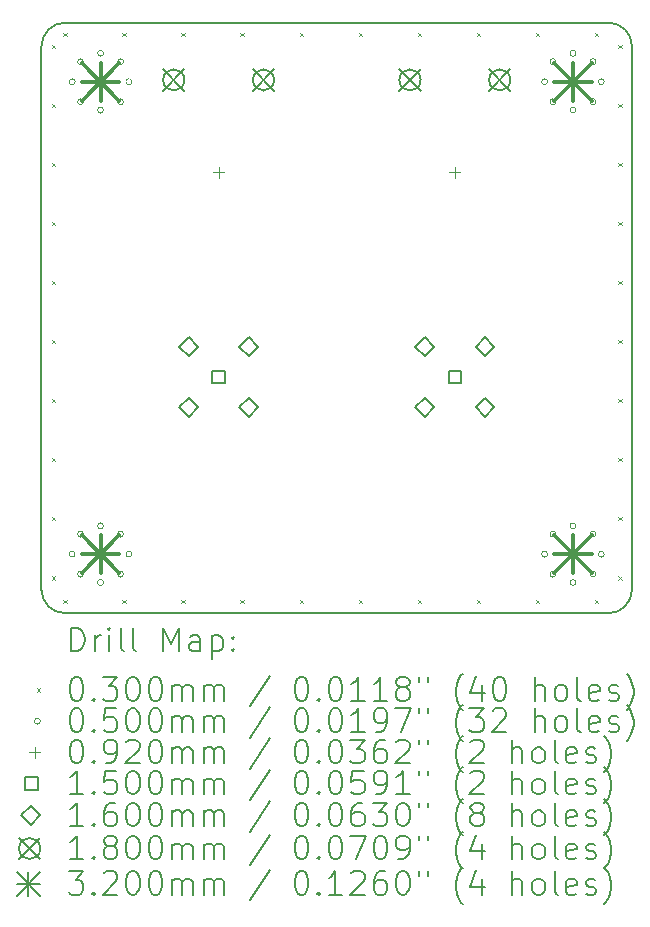
<source format=gbr>
%TF.GenerationSoftware,KiCad,Pcbnew,7.0.10-7.0.10~ubuntu22.04.1*%
%TF.CreationDate,2024-01-03T18:20:13-08:00*%
%TF.ProjectId,YamhillBNCAntennaBoard,59616d68-696c-46c4-924e-43416e74656e,A*%
%TF.SameCoordinates,Original*%
%TF.FileFunction,Drillmap*%
%TF.FilePolarity,Positive*%
%FSLAX45Y45*%
G04 Gerber Fmt 4.5, Leading zero omitted, Abs format (unit mm)*
G04 Created by KiCad (PCBNEW 7.0.10-7.0.10~ubuntu22.04.1) date 2024-01-03 18:20:13*
%MOMM*%
%LPD*%
G01*
G04 APERTURE LIST*
%ADD10C,0.200000*%
%ADD11C,0.100000*%
%ADD12C,0.150000*%
%ADD13C,0.160000*%
%ADD14C,0.180000*%
%ADD15C,0.320000*%
G04 APERTURE END LIST*
D10*
X14800000Y-10000000D02*
X10200000Y-10000000D01*
X10000000Y-9800000D02*
G75*
G03*
X10200000Y-10000000I200000J0D01*
G01*
X15000000Y-5200000D02*
G75*
G03*
X14800000Y-5000000I-200000J0D01*
G01*
X10200000Y-5000000D02*
G75*
G03*
X10000000Y-5200000I0J-200000D01*
G01*
X10000000Y-9800000D02*
X10000000Y-5200000D01*
X10200000Y-5000000D02*
X14800000Y-5000000D01*
X14800000Y-10000000D02*
G75*
G03*
X15000000Y-9800000I0J200000D01*
G01*
X15000000Y-5200000D02*
X15000000Y-9800000D01*
D11*
X10085000Y-5185000D02*
X10115000Y-5215000D01*
X10115000Y-5185000D02*
X10085000Y-5215000D01*
X10085000Y-5685000D02*
X10115000Y-5715000D01*
X10115000Y-5685000D02*
X10085000Y-5715000D01*
X10085000Y-6185000D02*
X10115000Y-6215000D01*
X10115000Y-6185000D02*
X10085000Y-6215000D01*
X10085000Y-6685000D02*
X10115000Y-6715000D01*
X10115000Y-6685000D02*
X10085000Y-6715000D01*
X10085000Y-7185000D02*
X10115000Y-7215000D01*
X10115000Y-7185000D02*
X10085000Y-7215000D01*
X10085000Y-7685000D02*
X10115000Y-7715000D01*
X10115000Y-7685000D02*
X10085000Y-7715000D01*
X10085000Y-8185000D02*
X10115000Y-8215000D01*
X10115000Y-8185000D02*
X10085000Y-8215000D01*
X10085000Y-8685000D02*
X10115000Y-8715000D01*
X10115000Y-8685000D02*
X10085000Y-8715000D01*
X10085000Y-9185000D02*
X10115000Y-9215000D01*
X10115000Y-9185000D02*
X10085000Y-9215000D01*
X10085000Y-9685000D02*
X10115000Y-9715000D01*
X10115000Y-9685000D02*
X10085000Y-9715000D01*
X10185000Y-5085000D02*
X10215000Y-5115000D01*
X10215000Y-5085000D02*
X10185000Y-5115000D01*
X10185000Y-9885000D02*
X10215000Y-9915000D01*
X10215000Y-9885000D02*
X10185000Y-9915000D01*
X10685000Y-5085000D02*
X10715000Y-5115000D01*
X10715000Y-5085000D02*
X10685000Y-5115000D01*
X10685000Y-9885000D02*
X10715000Y-9915000D01*
X10715000Y-9885000D02*
X10685000Y-9915000D01*
X11185000Y-5085000D02*
X11215000Y-5115000D01*
X11215000Y-5085000D02*
X11185000Y-5115000D01*
X11185000Y-9885000D02*
X11215000Y-9915000D01*
X11215000Y-9885000D02*
X11185000Y-9915000D01*
X11685000Y-5085000D02*
X11715000Y-5115000D01*
X11715000Y-5085000D02*
X11685000Y-5115000D01*
X11685000Y-9885000D02*
X11715000Y-9915000D01*
X11715000Y-9885000D02*
X11685000Y-9915000D01*
X12185000Y-5085000D02*
X12215000Y-5115000D01*
X12215000Y-5085000D02*
X12185000Y-5115000D01*
X12185000Y-9885000D02*
X12215000Y-9915000D01*
X12215000Y-9885000D02*
X12185000Y-9915000D01*
X12685000Y-5085000D02*
X12715000Y-5115000D01*
X12715000Y-5085000D02*
X12685000Y-5115000D01*
X12685000Y-9885000D02*
X12715000Y-9915000D01*
X12715000Y-9885000D02*
X12685000Y-9915000D01*
X13185000Y-5085000D02*
X13215000Y-5115000D01*
X13215000Y-5085000D02*
X13185000Y-5115000D01*
X13185000Y-9885000D02*
X13215000Y-9915000D01*
X13215000Y-9885000D02*
X13185000Y-9915000D01*
X13685000Y-5085000D02*
X13715000Y-5115000D01*
X13715000Y-5085000D02*
X13685000Y-5115000D01*
X13685000Y-9885000D02*
X13715000Y-9915000D01*
X13715000Y-9885000D02*
X13685000Y-9915000D01*
X14185000Y-5085000D02*
X14215000Y-5115000D01*
X14215000Y-5085000D02*
X14185000Y-5115000D01*
X14185000Y-9885000D02*
X14215000Y-9915000D01*
X14215000Y-9885000D02*
X14185000Y-9915000D01*
X14685000Y-5085000D02*
X14715000Y-5115000D01*
X14715000Y-5085000D02*
X14685000Y-5115000D01*
X14685000Y-9885000D02*
X14715000Y-9915000D01*
X14715000Y-9885000D02*
X14685000Y-9915000D01*
X14885000Y-5185000D02*
X14915000Y-5215000D01*
X14915000Y-5185000D02*
X14885000Y-5215000D01*
X14885000Y-5685000D02*
X14915000Y-5715000D01*
X14915000Y-5685000D02*
X14885000Y-5715000D01*
X14885000Y-6185000D02*
X14915000Y-6215000D01*
X14915000Y-6185000D02*
X14885000Y-6215000D01*
X14885000Y-6685000D02*
X14915000Y-6715000D01*
X14915000Y-6685000D02*
X14885000Y-6715000D01*
X14885000Y-7185000D02*
X14915000Y-7215000D01*
X14915000Y-7185000D02*
X14885000Y-7215000D01*
X14885000Y-7685000D02*
X14915000Y-7715000D01*
X14915000Y-7685000D02*
X14885000Y-7715000D01*
X14885000Y-8185000D02*
X14915000Y-8215000D01*
X14915000Y-8185000D02*
X14885000Y-8215000D01*
X14885000Y-8685000D02*
X14915000Y-8715000D01*
X14915000Y-8685000D02*
X14885000Y-8715000D01*
X14885000Y-9185000D02*
X14915000Y-9215000D01*
X14915000Y-9185000D02*
X14885000Y-9215000D01*
X14885000Y-9685000D02*
X14915000Y-9715000D01*
X14915000Y-9685000D02*
X14885000Y-9715000D01*
X10285000Y-5500000D02*
G75*
G03*
X10235000Y-5500000I-25000J0D01*
G01*
X10235000Y-5500000D02*
G75*
G03*
X10285000Y-5500000I25000J0D01*
G01*
X10285000Y-9500000D02*
G75*
G03*
X10235000Y-9500000I-25000J0D01*
G01*
X10235000Y-9500000D02*
G75*
G03*
X10285000Y-9500000I25000J0D01*
G01*
X10355294Y-5330294D02*
G75*
G03*
X10305294Y-5330294I-25000J0D01*
G01*
X10305294Y-5330294D02*
G75*
G03*
X10355294Y-5330294I25000J0D01*
G01*
X10355294Y-5669706D02*
G75*
G03*
X10305294Y-5669706I-25000J0D01*
G01*
X10305294Y-5669706D02*
G75*
G03*
X10355294Y-5669706I25000J0D01*
G01*
X10355294Y-9330294D02*
G75*
G03*
X10305294Y-9330294I-25000J0D01*
G01*
X10305294Y-9330294D02*
G75*
G03*
X10355294Y-9330294I25000J0D01*
G01*
X10355294Y-9669706D02*
G75*
G03*
X10305294Y-9669706I-25000J0D01*
G01*
X10305294Y-9669706D02*
G75*
G03*
X10355294Y-9669706I25000J0D01*
G01*
X10525000Y-5260000D02*
G75*
G03*
X10475000Y-5260000I-25000J0D01*
G01*
X10475000Y-5260000D02*
G75*
G03*
X10525000Y-5260000I25000J0D01*
G01*
X10525000Y-5740000D02*
G75*
G03*
X10475000Y-5740000I-25000J0D01*
G01*
X10475000Y-5740000D02*
G75*
G03*
X10525000Y-5740000I25000J0D01*
G01*
X10525000Y-9260000D02*
G75*
G03*
X10475000Y-9260000I-25000J0D01*
G01*
X10475000Y-9260000D02*
G75*
G03*
X10525000Y-9260000I25000J0D01*
G01*
X10525000Y-9740000D02*
G75*
G03*
X10475000Y-9740000I-25000J0D01*
G01*
X10475000Y-9740000D02*
G75*
G03*
X10525000Y-9740000I25000J0D01*
G01*
X10694706Y-5330294D02*
G75*
G03*
X10644706Y-5330294I-25000J0D01*
G01*
X10644706Y-5330294D02*
G75*
G03*
X10694706Y-5330294I25000J0D01*
G01*
X10694706Y-5669706D02*
G75*
G03*
X10644706Y-5669706I-25000J0D01*
G01*
X10644706Y-5669706D02*
G75*
G03*
X10694706Y-5669706I25000J0D01*
G01*
X10694706Y-9330294D02*
G75*
G03*
X10644706Y-9330294I-25000J0D01*
G01*
X10644706Y-9330294D02*
G75*
G03*
X10694706Y-9330294I25000J0D01*
G01*
X10694706Y-9669706D02*
G75*
G03*
X10644706Y-9669706I-25000J0D01*
G01*
X10644706Y-9669706D02*
G75*
G03*
X10694706Y-9669706I25000J0D01*
G01*
X10765000Y-5500000D02*
G75*
G03*
X10715000Y-5500000I-25000J0D01*
G01*
X10715000Y-5500000D02*
G75*
G03*
X10765000Y-5500000I25000J0D01*
G01*
X10765000Y-9500000D02*
G75*
G03*
X10715000Y-9500000I-25000J0D01*
G01*
X10715000Y-9500000D02*
G75*
G03*
X10765000Y-9500000I25000J0D01*
G01*
X14285000Y-5500000D02*
G75*
G03*
X14235000Y-5500000I-25000J0D01*
G01*
X14235000Y-5500000D02*
G75*
G03*
X14285000Y-5500000I25000J0D01*
G01*
X14285000Y-9500000D02*
G75*
G03*
X14235000Y-9500000I-25000J0D01*
G01*
X14235000Y-9500000D02*
G75*
G03*
X14285000Y-9500000I25000J0D01*
G01*
X14355294Y-5330294D02*
G75*
G03*
X14305294Y-5330294I-25000J0D01*
G01*
X14305294Y-5330294D02*
G75*
G03*
X14355294Y-5330294I25000J0D01*
G01*
X14355294Y-5669706D02*
G75*
G03*
X14305294Y-5669706I-25000J0D01*
G01*
X14305294Y-5669706D02*
G75*
G03*
X14355294Y-5669706I25000J0D01*
G01*
X14355294Y-9330294D02*
G75*
G03*
X14305294Y-9330294I-25000J0D01*
G01*
X14305294Y-9330294D02*
G75*
G03*
X14355294Y-9330294I25000J0D01*
G01*
X14355294Y-9669706D02*
G75*
G03*
X14305294Y-9669706I-25000J0D01*
G01*
X14305294Y-9669706D02*
G75*
G03*
X14355294Y-9669706I25000J0D01*
G01*
X14525000Y-5260000D02*
G75*
G03*
X14475000Y-5260000I-25000J0D01*
G01*
X14475000Y-5260000D02*
G75*
G03*
X14525000Y-5260000I25000J0D01*
G01*
X14525000Y-5740000D02*
G75*
G03*
X14475000Y-5740000I-25000J0D01*
G01*
X14475000Y-5740000D02*
G75*
G03*
X14525000Y-5740000I25000J0D01*
G01*
X14525000Y-9260000D02*
G75*
G03*
X14475000Y-9260000I-25000J0D01*
G01*
X14475000Y-9260000D02*
G75*
G03*
X14525000Y-9260000I25000J0D01*
G01*
X14525000Y-9740000D02*
G75*
G03*
X14475000Y-9740000I-25000J0D01*
G01*
X14475000Y-9740000D02*
G75*
G03*
X14525000Y-9740000I25000J0D01*
G01*
X14694706Y-5330294D02*
G75*
G03*
X14644706Y-5330294I-25000J0D01*
G01*
X14644706Y-5330294D02*
G75*
G03*
X14694706Y-5330294I25000J0D01*
G01*
X14694706Y-5669706D02*
G75*
G03*
X14644706Y-5669706I-25000J0D01*
G01*
X14644706Y-5669706D02*
G75*
G03*
X14694706Y-5669706I25000J0D01*
G01*
X14694706Y-9330294D02*
G75*
G03*
X14644706Y-9330294I-25000J0D01*
G01*
X14644706Y-9330294D02*
G75*
G03*
X14694706Y-9330294I25000J0D01*
G01*
X14694706Y-9669706D02*
G75*
G03*
X14644706Y-9669706I-25000J0D01*
G01*
X14644706Y-9669706D02*
G75*
G03*
X14694706Y-9669706I25000J0D01*
G01*
X14765000Y-5500000D02*
G75*
G03*
X14715000Y-5500000I-25000J0D01*
G01*
X14715000Y-5500000D02*
G75*
G03*
X14765000Y-5500000I25000J0D01*
G01*
X14765000Y-9500000D02*
G75*
G03*
X14715000Y-9500000I-25000J0D01*
G01*
X14715000Y-9500000D02*
G75*
G03*
X14765000Y-9500000I25000J0D01*
G01*
X11500000Y-6219000D02*
X11500000Y-6311000D01*
X11454000Y-6265000D02*
X11546000Y-6265000D01*
X13500000Y-6219000D02*
X13500000Y-6311000D01*
X13454000Y-6265000D02*
X13546000Y-6265000D01*
D12*
X11553033Y-8053033D02*
X11553033Y-7946966D01*
X11446966Y-7946966D01*
X11446966Y-8053033D01*
X11553033Y-8053033D01*
X13553033Y-8053033D02*
X13553033Y-7946966D01*
X13446966Y-7946966D01*
X13446966Y-8053033D01*
X13553033Y-8053033D01*
D13*
X11245000Y-7825000D02*
X11325000Y-7745000D01*
X11245000Y-7665000D01*
X11165000Y-7745000D01*
X11245000Y-7825000D01*
X11245000Y-8335000D02*
X11325000Y-8255000D01*
X11245000Y-8175000D01*
X11165000Y-8255000D01*
X11245000Y-8335000D01*
X11755000Y-7825000D02*
X11835000Y-7745000D01*
X11755000Y-7665000D01*
X11675000Y-7745000D01*
X11755000Y-7825000D01*
X11755000Y-8335000D02*
X11835000Y-8255000D01*
X11755000Y-8175000D01*
X11675000Y-8255000D01*
X11755000Y-8335000D01*
X13245000Y-7825000D02*
X13325000Y-7745000D01*
X13245000Y-7665000D01*
X13165000Y-7745000D01*
X13245000Y-7825000D01*
X13245000Y-8335000D02*
X13325000Y-8255000D01*
X13245000Y-8175000D01*
X13165000Y-8255000D01*
X13245000Y-8335000D01*
X13755000Y-7825000D02*
X13835000Y-7745000D01*
X13755000Y-7665000D01*
X13675000Y-7745000D01*
X13755000Y-7825000D01*
X13755000Y-8335000D02*
X13835000Y-8255000D01*
X13755000Y-8175000D01*
X13675000Y-8255000D01*
X13755000Y-8335000D01*
D14*
X11030000Y-5395000D02*
X11210000Y-5575000D01*
X11210000Y-5395000D02*
X11030000Y-5575000D01*
X11210000Y-5485000D02*
G75*
G03*
X11030000Y-5485000I-90000J0D01*
G01*
X11030000Y-5485000D02*
G75*
G03*
X11210000Y-5485000I90000J0D01*
G01*
X11790000Y-5395000D02*
X11970000Y-5575000D01*
X11970000Y-5395000D02*
X11790000Y-5575000D01*
X11970000Y-5485000D02*
G75*
G03*
X11790000Y-5485000I-90000J0D01*
G01*
X11790000Y-5485000D02*
G75*
G03*
X11970000Y-5485000I90000J0D01*
G01*
X13030000Y-5395000D02*
X13210000Y-5575000D01*
X13210000Y-5395000D02*
X13030000Y-5575000D01*
X13210000Y-5485000D02*
G75*
G03*
X13030000Y-5485000I-90000J0D01*
G01*
X13030000Y-5485000D02*
G75*
G03*
X13210000Y-5485000I90000J0D01*
G01*
X13790000Y-5395000D02*
X13970000Y-5575000D01*
X13970000Y-5395000D02*
X13790000Y-5575000D01*
X13970000Y-5485000D02*
G75*
G03*
X13790000Y-5485000I-90000J0D01*
G01*
X13790000Y-5485000D02*
G75*
G03*
X13970000Y-5485000I90000J0D01*
G01*
D15*
X10340000Y-5340000D02*
X10660000Y-5660000D01*
X10660000Y-5340000D02*
X10340000Y-5660000D01*
X10500000Y-5340000D02*
X10500000Y-5660000D01*
X10340000Y-5500000D02*
X10660000Y-5500000D01*
X10340000Y-9340000D02*
X10660000Y-9660000D01*
X10660000Y-9340000D02*
X10340000Y-9660000D01*
X10500000Y-9340000D02*
X10500000Y-9660000D01*
X10340000Y-9500000D02*
X10660000Y-9500000D01*
X14340000Y-5340000D02*
X14660000Y-5660000D01*
X14660000Y-5340000D02*
X14340000Y-5660000D01*
X14500000Y-5340000D02*
X14500000Y-5660000D01*
X14340000Y-5500000D02*
X14660000Y-5500000D01*
X14340000Y-9340000D02*
X14660000Y-9660000D01*
X14660000Y-9340000D02*
X14340000Y-9660000D01*
X14500000Y-9340000D02*
X14500000Y-9660000D01*
X14340000Y-9500000D02*
X14660000Y-9500000D01*
D10*
X10250777Y-10321484D02*
X10250777Y-10121484D01*
X10250777Y-10121484D02*
X10298396Y-10121484D01*
X10298396Y-10121484D02*
X10326967Y-10131008D01*
X10326967Y-10131008D02*
X10346015Y-10150055D01*
X10346015Y-10150055D02*
X10355539Y-10169103D01*
X10355539Y-10169103D02*
X10365063Y-10207198D01*
X10365063Y-10207198D02*
X10365063Y-10235770D01*
X10365063Y-10235770D02*
X10355539Y-10273865D01*
X10355539Y-10273865D02*
X10346015Y-10292912D01*
X10346015Y-10292912D02*
X10326967Y-10311960D01*
X10326967Y-10311960D02*
X10298396Y-10321484D01*
X10298396Y-10321484D02*
X10250777Y-10321484D01*
X10450777Y-10321484D02*
X10450777Y-10188150D01*
X10450777Y-10226246D02*
X10460301Y-10207198D01*
X10460301Y-10207198D02*
X10469824Y-10197674D01*
X10469824Y-10197674D02*
X10488872Y-10188150D01*
X10488872Y-10188150D02*
X10507920Y-10188150D01*
X10574586Y-10321484D02*
X10574586Y-10188150D01*
X10574586Y-10121484D02*
X10565063Y-10131008D01*
X10565063Y-10131008D02*
X10574586Y-10140531D01*
X10574586Y-10140531D02*
X10584110Y-10131008D01*
X10584110Y-10131008D02*
X10574586Y-10121484D01*
X10574586Y-10121484D02*
X10574586Y-10140531D01*
X10698396Y-10321484D02*
X10679348Y-10311960D01*
X10679348Y-10311960D02*
X10669824Y-10292912D01*
X10669824Y-10292912D02*
X10669824Y-10121484D01*
X10803158Y-10321484D02*
X10784110Y-10311960D01*
X10784110Y-10311960D02*
X10774586Y-10292912D01*
X10774586Y-10292912D02*
X10774586Y-10121484D01*
X11031729Y-10321484D02*
X11031729Y-10121484D01*
X11031729Y-10121484D02*
X11098396Y-10264341D01*
X11098396Y-10264341D02*
X11165063Y-10121484D01*
X11165063Y-10121484D02*
X11165063Y-10321484D01*
X11346015Y-10321484D02*
X11346015Y-10216722D01*
X11346015Y-10216722D02*
X11336491Y-10197674D01*
X11336491Y-10197674D02*
X11317443Y-10188150D01*
X11317443Y-10188150D02*
X11279348Y-10188150D01*
X11279348Y-10188150D02*
X11260301Y-10197674D01*
X11346015Y-10311960D02*
X11326967Y-10321484D01*
X11326967Y-10321484D02*
X11279348Y-10321484D01*
X11279348Y-10321484D02*
X11260301Y-10311960D01*
X11260301Y-10311960D02*
X11250777Y-10292912D01*
X11250777Y-10292912D02*
X11250777Y-10273865D01*
X11250777Y-10273865D02*
X11260301Y-10254817D01*
X11260301Y-10254817D02*
X11279348Y-10245293D01*
X11279348Y-10245293D02*
X11326967Y-10245293D01*
X11326967Y-10245293D02*
X11346015Y-10235770D01*
X11441253Y-10188150D02*
X11441253Y-10388150D01*
X11441253Y-10197674D02*
X11460301Y-10188150D01*
X11460301Y-10188150D02*
X11498396Y-10188150D01*
X11498396Y-10188150D02*
X11517443Y-10197674D01*
X11517443Y-10197674D02*
X11526967Y-10207198D01*
X11526967Y-10207198D02*
X11536491Y-10226246D01*
X11536491Y-10226246D02*
X11536491Y-10283389D01*
X11536491Y-10283389D02*
X11526967Y-10302436D01*
X11526967Y-10302436D02*
X11517443Y-10311960D01*
X11517443Y-10311960D02*
X11498396Y-10321484D01*
X11498396Y-10321484D02*
X11460301Y-10321484D01*
X11460301Y-10321484D02*
X11441253Y-10311960D01*
X11622205Y-10302436D02*
X11631729Y-10311960D01*
X11631729Y-10311960D02*
X11622205Y-10321484D01*
X11622205Y-10321484D02*
X11612682Y-10311960D01*
X11612682Y-10311960D02*
X11622205Y-10302436D01*
X11622205Y-10302436D02*
X11622205Y-10321484D01*
X11622205Y-10197674D02*
X11631729Y-10207198D01*
X11631729Y-10207198D02*
X11622205Y-10216722D01*
X11622205Y-10216722D02*
X11612682Y-10207198D01*
X11612682Y-10207198D02*
X11622205Y-10197674D01*
X11622205Y-10197674D02*
X11622205Y-10216722D01*
D11*
X9960000Y-10635000D02*
X9990000Y-10665000D01*
X9990000Y-10635000D02*
X9960000Y-10665000D01*
D10*
X10288872Y-10541484D02*
X10307920Y-10541484D01*
X10307920Y-10541484D02*
X10326967Y-10551008D01*
X10326967Y-10551008D02*
X10336491Y-10560531D01*
X10336491Y-10560531D02*
X10346015Y-10579579D01*
X10346015Y-10579579D02*
X10355539Y-10617674D01*
X10355539Y-10617674D02*
X10355539Y-10665293D01*
X10355539Y-10665293D02*
X10346015Y-10703389D01*
X10346015Y-10703389D02*
X10336491Y-10722436D01*
X10336491Y-10722436D02*
X10326967Y-10731960D01*
X10326967Y-10731960D02*
X10307920Y-10741484D01*
X10307920Y-10741484D02*
X10288872Y-10741484D01*
X10288872Y-10741484D02*
X10269824Y-10731960D01*
X10269824Y-10731960D02*
X10260301Y-10722436D01*
X10260301Y-10722436D02*
X10250777Y-10703389D01*
X10250777Y-10703389D02*
X10241253Y-10665293D01*
X10241253Y-10665293D02*
X10241253Y-10617674D01*
X10241253Y-10617674D02*
X10250777Y-10579579D01*
X10250777Y-10579579D02*
X10260301Y-10560531D01*
X10260301Y-10560531D02*
X10269824Y-10551008D01*
X10269824Y-10551008D02*
X10288872Y-10541484D01*
X10441253Y-10722436D02*
X10450777Y-10731960D01*
X10450777Y-10731960D02*
X10441253Y-10741484D01*
X10441253Y-10741484D02*
X10431729Y-10731960D01*
X10431729Y-10731960D02*
X10441253Y-10722436D01*
X10441253Y-10722436D02*
X10441253Y-10741484D01*
X10517444Y-10541484D02*
X10641253Y-10541484D01*
X10641253Y-10541484D02*
X10574586Y-10617674D01*
X10574586Y-10617674D02*
X10603158Y-10617674D01*
X10603158Y-10617674D02*
X10622205Y-10627198D01*
X10622205Y-10627198D02*
X10631729Y-10636722D01*
X10631729Y-10636722D02*
X10641253Y-10655770D01*
X10641253Y-10655770D02*
X10641253Y-10703389D01*
X10641253Y-10703389D02*
X10631729Y-10722436D01*
X10631729Y-10722436D02*
X10622205Y-10731960D01*
X10622205Y-10731960D02*
X10603158Y-10741484D01*
X10603158Y-10741484D02*
X10546015Y-10741484D01*
X10546015Y-10741484D02*
X10526967Y-10731960D01*
X10526967Y-10731960D02*
X10517444Y-10722436D01*
X10765063Y-10541484D02*
X10784110Y-10541484D01*
X10784110Y-10541484D02*
X10803158Y-10551008D01*
X10803158Y-10551008D02*
X10812682Y-10560531D01*
X10812682Y-10560531D02*
X10822205Y-10579579D01*
X10822205Y-10579579D02*
X10831729Y-10617674D01*
X10831729Y-10617674D02*
X10831729Y-10665293D01*
X10831729Y-10665293D02*
X10822205Y-10703389D01*
X10822205Y-10703389D02*
X10812682Y-10722436D01*
X10812682Y-10722436D02*
X10803158Y-10731960D01*
X10803158Y-10731960D02*
X10784110Y-10741484D01*
X10784110Y-10741484D02*
X10765063Y-10741484D01*
X10765063Y-10741484D02*
X10746015Y-10731960D01*
X10746015Y-10731960D02*
X10736491Y-10722436D01*
X10736491Y-10722436D02*
X10726967Y-10703389D01*
X10726967Y-10703389D02*
X10717444Y-10665293D01*
X10717444Y-10665293D02*
X10717444Y-10617674D01*
X10717444Y-10617674D02*
X10726967Y-10579579D01*
X10726967Y-10579579D02*
X10736491Y-10560531D01*
X10736491Y-10560531D02*
X10746015Y-10551008D01*
X10746015Y-10551008D02*
X10765063Y-10541484D01*
X10955539Y-10541484D02*
X10974586Y-10541484D01*
X10974586Y-10541484D02*
X10993634Y-10551008D01*
X10993634Y-10551008D02*
X11003158Y-10560531D01*
X11003158Y-10560531D02*
X11012682Y-10579579D01*
X11012682Y-10579579D02*
X11022205Y-10617674D01*
X11022205Y-10617674D02*
X11022205Y-10665293D01*
X11022205Y-10665293D02*
X11012682Y-10703389D01*
X11012682Y-10703389D02*
X11003158Y-10722436D01*
X11003158Y-10722436D02*
X10993634Y-10731960D01*
X10993634Y-10731960D02*
X10974586Y-10741484D01*
X10974586Y-10741484D02*
X10955539Y-10741484D01*
X10955539Y-10741484D02*
X10936491Y-10731960D01*
X10936491Y-10731960D02*
X10926967Y-10722436D01*
X10926967Y-10722436D02*
X10917444Y-10703389D01*
X10917444Y-10703389D02*
X10907920Y-10665293D01*
X10907920Y-10665293D02*
X10907920Y-10617674D01*
X10907920Y-10617674D02*
X10917444Y-10579579D01*
X10917444Y-10579579D02*
X10926967Y-10560531D01*
X10926967Y-10560531D02*
X10936491Y-10551008D01*
X10936491Y-10551008D02*
X10955539Y-10541484D01*
X11107920Y-10741484D02*
X11107920Y-10608150D01*
X11107920Y-10627198D02*
X11117444Y-10617674D01*
X11117444Y-10617674D02*
X11136491Y-10608150D01*
X11136491Y-10608150D02*
X11165063Y-10608150D01*
X11165063Y-10608150D02*
X11184110Y-10617674D01*
X11184110Y-10617674D02*
X11193634Y-10636722D01*
X11193634Y-10636722D02*
X11193634Y-10741484D01*
X11193634Y-10636722D02*
X11203158Y-10617674D01*
X11203158Y-10617674D02*
X11222205Y-10608150D01*
X11222205Y-10608150D02*
X11250777Y-10608150D01*
X11250777Y-10608150D02*
X11269824Y-10617674D01*
X11269824Y-10617674D02*
X11279348Y-10636722D01*
X11279348Y-10636722D02*
X11279348Y-10741484D01*
X11374586Y-10741484D02*
X11374586Y-10608150D01*
X11374586Y-10627198D02*
X11384110Y-10617674D01*
X11384110Y-10617674D02*
X11403158Y-10608150D01*
X11403158Y-10608150D02*
X11431729Y-10608150D01*
X11431729Y-10608150D02*
X11450777Y-10617674D01*
X11450777Y-10617674D02*
X11460301Y-10636722D01*
X11460301Y-10636722D02*
X11460301Y-10741484D01*
X11460301Y-10636722D02*
X11469824Y-10617674D01*
X11469824Y-10617674D02*
X11488872Y-10608150D01*
X11488872Y-10608150D02*
X11517443Y-10608150D01*
X11517443Y-10608150D02*
X11536491Y-10617674D01*
X11536491Y-10617674D02*
X11546015Y-10636722D01*
X11546015Y-10636722D02*
X11546015Y-10741484D01*
X11936491Y-10531960D02*
X11765063Y-10789103D01*
X12193634Y-10541484D02*
X12212682Y-10541484D01*
X12212682Y-10541484D02*
X12231729Y-10551008D01*
X12231729Y-10551008D02*
X12241253Y-10560531D01*
X12241253Y-10560531D02*
X12250777Y-10579579D01*
X12250777Y-10579579D02*
X12260301Y-10617674D01*
X12260301Y-10617674D02*
X12260301Y-10665293D01*
X12260301Y-10665293D02*
X12250777Y-10703389D01*
X12250777Y-10703389D02*
X12241253Y-10722436D01*
X12241253Y-10722436D02*
X12231729Y-10731960D01*
X12231729Y-10731960D02*
X12212682Y-10741484D01*
X12212682Y-10741484D02*
X12193634Y-10741484D01*
X12193634Y-10741484D02*
X12174586Y-10731960D01*
X12174586Y-10731960D02*
X12165063Y-10722436D01*
X12165063Y-10722436D02*
X12155539Y-10703389D01*
X12155539Y-10703389D02*
X12146015Y-10665293D01*
X12146015Y-10665293D02*
X12146015Y-10617674D01*
X12146015Y-10617674D02*
X12155539Y-10579579D01*
X12155539Y-10579579D02*
X12165063Y-10560531D01*
X12165063Y-10560531D02*
X12174586Y-10551008D01*
X12174586Y-10551008D02*
X12193634Y-10541484D01*
X12346015Y-10722436D02*
X12355539Y-10731960D01*
X12355539Y-10731960D02*
X12346015Y-10741484D01*
X12346015Y-10741484D02*
X12336491Y-10731960D01*
X12336491Y-10731960D02*
X12346015Y-10722436D01*
X12346015Y-10722436D02*
X12346015Y-10741484D01*
X12479348Y-10541484D02*
X12498396Y-10541484D01*
X12498396Y-10541484D02*
X12517444Y-10551008D01*
X12517444Y-10551008D02*
X12526967Y-10560531D01*
X12526967Y-10560531D02*
X12536491Y-10579579D01*
X12536491Y-10579579D02*
X12546015Y-10617674D01*
X12546015Y-10617674D02*
X12546015Y-10665293D01*
X12546015Y-10665293D02*
X12536491Y-10703389D01*
X12536491Y-10703389D02*
X12526967Y-10722436D01*
X12526967Y-10722436D02*
X12517444Y-10731960D01*
X12517444Y-10731960D02*
X12498396Y-10741484D01*
X12498396Y-10741484D02*
X12479348Y-10741484D01*
X12479348Y-10741484D02*
X12460301Y-10731960D01*
X12460301Y-10731960D02*
X12450777Y-10722436D01*
X12450777Y-10722436D02*
X12441253Y-10703389D01*
X12441253Y-10703389D02*
X12431729Y-10665293D01*
X12431729Y-10665293D02*
X12431729Y-10617674D01*
X12431729Y-10617674D02*
X12441253Y-10579579D01*
X12441253Y-10579579D02*
X12450777Y-10560531D01*
X12450777Y-10560531D02*
X12460301Y-10551008D01*
X12460301Y-10551008D02*
X12479348Y-10541484D01*
X12736491Y-10741484D02*
X12622206Y-10741484D01*
X12679348Y-10741484D02*
X12679348Y-10541484D01*
X12679348Y-10541484D02*
X12660301Y-10570055D01*
X12660301Y-10570055D02*
X12641253Y-10589103D01*
X12641253Y-10589103D02*
X12622206Y-10598627D01*
X12926967Y-10741484D02*
X12812682Y-10741484D01*
X12869825Y-10741484D02*
X12869825Y-10541484D01*
X12869825Y-10541484D02*
X12850777Y-10570055D01*
X12850777Y-10570055D02*
X12831729Y-10589103D01*
X12831729Y-10589103D02*
X12812682Y-10598627D01*
X13041253Y-10627198D02*
X13022206Y-10617674D01*
X13022206Y-10617674D02*
X13012682Y-10608150D01*
X13012682Y-10608150D02*
X13003158Y-10589103D01*
X13003158Y-10589103D02*
X13003158Y-10579579D01*
X13003158Y-10579579D02*
X13012682Y-10560531D01*
X13012682Y-10560531D02*
X13022206Y-10551008D01*
X13022206Y-10551008D02*
X13041253Y-10541484D01*
X13041253Y-10541484D02*
X13079348Y-10541484D01*
X13079348Y-10541484D02*
X13098396Y-10551008D01*
X13098396Y-10551008D02*
X13107920Y-10560531D01*
X13107920Y-10560531D02*
X13117444Y-10579579D01*
X13117444Y-10579579D02*
X13117444Y-10589103D01*
X13117444Y-10589103D02*
X13107920Y-10608150D01*
X13107920Y-10608150D02*
X13098396Y-10617674D01*
X13098396Y-10617674D02*
X13079348Y-10627198D01*
X13079348Y-10627198D02*
X13041253Y-10627198D01*
X13041253Y-10627198D02*
X13022206Y-10636722D01*
X13022206Y-10636722D02*
X13012682Y-10646246D01*
X13012682Y-10646246D02*
X13003158Y-10665293D01*
X13003158Y-10665293D02*
X13003158Y-10703389D01*
X13003158Y-10703389D02*
X13012682Y-10722436D01*
X13012682Y-10722436D02*
X13022206Y-10731960D01*
X13022206Y-10731960D02*
X13041253Y-10741484D01*
X13041253Y-10741484D02*
X13079348Y-10741484D01*
X13079348Y-10741484D02*
X13098396Y-10731960D01*
X13098396Y-10731960D02*
X13107920Y-10722436D01*
X13107920Y-10722436D02*
X13117444Y-10703389D01*
X13117444Y-10703389D02*
X13117444Y-10665293D01*
X13117444Y-10665293D02*
X13107920Y-10646246D01*
X13107920Y-10646246D02*
X13098396Y-10636722D01*
X13098396Y-10636722D02*
X13079348Y-10627198D01*
X13193634Y-10541484D02*
X13193634Y-10579579D01*
X13269825Y-10541484D02*
X13269825Y-10579579D01*
X13565063Y-10817674D02*
X13555539Y-10808150D01*
X13555539Y-10808150D02*
X13536491Y-10779579D01*
X13536491Y-10779579D02*
X13526968Y-10760531D01*
X13526968Y-10760531D02*
X13517444Y-10731960D01*
X13517444Y-10731960D02*
X13507920Y-10684341D01*
X13507920Y-10684341D02*
X13507920Y-10646246D01*
X13507920Y-10646246D02*
X13517444Y-10598627D01*
X13517444Y-10598627D02*
X13526968Y-10570055D01*
X13526968Y-10570055D02*
X13536491Y-10551008D01*
X13536491Y-10551008D02*
X13555539Y-10522436D01*
X13555539Y-10522436D02*
X13565063Y-10512912D01*
X13726968Y-10608150D02*
X13726968Y-10741484D01*
X13679348Y-10531960D02*
X13631729Y-10674817D01*
X13631729Y-10674817D02*
X13755539Y-10674817D01*
X13869825Y-10541484D02*
X13888872Y-10541484D01*
X13888872Y-10541484D02*
X13907920Y-10551008D01*
X13907920Y-10551008D02*
X13917444Y-10560531D01*
X13917444Y-10560531D02*
X13926968Y-10579579D01*
X13926968Y-10579579D02*
X13936491Y-10617674D01*
X13936491Y-10617674D02*
X13936491Y-10665293D01*
X13936491Y-10665293D02*
X13926968Y-10703389D01*
X13926968Y-10703389D02*
X13917444Y-10722436D01*
X13917444Y-10722436D02*
X13907920Y-10731960D01*
X13907920Y-10731960D02*
X13888872Y-10741484D01*
X13888872Y-10741484D02*
X13869825Y-10741484D01*
X13869825Y-10741484D02*
X13850777Y-10731960D01*
X13850777Y-10731960D02*
X13841253Y-10722436D01*
X13841253Y-10722436D02*
X13831729Y-10703389D01*
X13831729Y-10703389D02*
X13822206Y-10665293D01*
X13822206Y-10665293D02*
X13822206Y-10617674D01*
X13822206Y-10617674D02*
X13831729Y-10579579D01*
X13831729Y-10579579D02*
X13841253Y-10560531D01*
X13841253Y-10560531D02*
X13850777Y-10551008D01*
X13850777Y-10551008D02*
X13869825Y-10541484D01*
X14174587Y-10741484D02*
X14174587Y-10541484D01*
X14260301Y-10741484D02*
X14260301Y-10636722D01*
X14260301Y-10636722D02*
X14250777Y-10617674D01*
X14250777Y-10617674D02*
X14231730Y-10608150D01*
X14231730Y-10608150D02*
X14203158Y-10608150D01*
X14203158Y-10608150D02*
X14184110Y-10617674D01*
X14184110Y-10617674D02*
X14174587Y-10627198D01*
X14384110Y-10741484D02*
X14365063Y-10731960D01*
X14365063Y-10731960D02*
X14355539Y-10722436D01*
X14355539Y-10722436D02*
X14346015Y-10703389D01*
X14346015Y-10703389D02*
X14346015Y-10646246D01*
X14346015Y-10646246D02*
X14355539Y-10627198D01*
X14355539Y-10627198D02*
X14365063Y-10617674D01*
X14365063Y-10617674D02*
X14384110Y-10608150D01*
X14384110Y-10608150D02*
X14412682Y-10608150D01*
X14412682Y-10608150D02*
X14431730Y-10617674D01*
X14431730Y-10617674D02*
X14441253Y-10627198D01*
X14441253Y-10627198D02*
X14450777Y-10646246D01*
X14450777Y-10646246D02*
X14450777Y-10703389D01*
X14450777Y-10703389D02*
X14441253Y-10722436D01*
X14441253Y-10722436D02*
X14431730Y-10731960D01*
X14431730Y-10731960D02*
X14412682Y-10741484D01*
X14412682Y-10741484D02*
X14384110Y-10741484D01*
X14565063Y-10741484D02*
X14546015Y-10731960D01*
X14546015Y-10731960D02*
X14536491Y-10712912D01*
X14536491Y-10712912D02*
X14536491Y-10541484D01*
X14717444Y-10731960D02*
X14698396Y-10741484D01*
X14698396Y-10741484D02*
X14660301Y-10741484D01*
X14660301Y-10741484D02*
X14641253Y-10731960D01*
X14641253Y-10731960D02*
X14631730Y-10712912D01*
X14631730Y-10712912D02*
X14631730Y-10636722D01*
X14631730Y-10636722D02*
X14641253Y-10617674D01*
X14641253Y-10617674D02*
X14660301Y-10608150D01*
X14660301Y-10608150D02*
X14698396Y-10608150D01*
X14698396Y-10608150D02*
X14717444Y-10617674D01*
X14717444Y-10617674D02*
X14726968Y-10636722D01*
X14726968Y-10636722D02*
X14726968Y-10655770D01*
X14726968Y-10655770D02*
X14631730Y-10674817D01*
X14803158Y-10731960D02*
X14822206Y-10741484D01*
X14822206Y-10741484D02*
X14860301Y-10741484D01*
X14860301Y-10741484D02*
X14879349Y-10731960D01*
X14879349Y-10731960D02*
X14888872Y-10712912D01*
X14888872Y-10712912D02*
X14888872Y-10703389D01*
X14888872Y-10703389D02*
X14879349Y-10684341D01*
X14879349Y-10684341D02*
X14860301Y-10674817D01*
X14860301Y-10674817D02*
X14831730Y-10674817D01*
X14831730Y-10674817D02*
X14812682Y-10665293D01*
X14812682Y-10665293D02*
X14803158Y-10646246D01*
X14803158Y-10646246D02*
X14803158Y-10636722D01*
X14803158Y-10636722D02*
X14812682Y-10617674D01*
X14812682Y-10617674D02*
X14831730Y-10608150D01*
X14831730Y-10608150D02*
X14860301Y-10608150D01*
X14860301Y-10608150D02*
X14879349Y-10617674D01*
X14955539Y-10817674D02*
X14965063Y-10808150D01*
X14965063Y-10808150D02*
X14984111Y-10779579D01*
X14984111Y-10779579D02*
X14993634Y-10760531D01*
X14993634Y-10760531D02*
X15003158Y-10731960D01*
X15003158Y-10731960D02*
X15012682Y-10684341D01*
X15012682Y-10684341D02*
X15012682Y-10646246D01*
X15012682Y-10646246D02*
X15003158Y-10598627D01*
X15003158Y-10598627D02*
X14993634Y-10570055D01*
X14993634Y-10570055D02*
X14984111Y-10551008D01*
X14984111Y-10551008D02*
X14965063Y-10522436D01*
X14965063Y-10522436D02*
X14955539Y-10512912D01*
D11*
X9990000Y-10914000D02*
G75*
G03*
X9940000Y-10914000I-25000J0D01*
G01*
X9940000Y-10914000D02*
G75*
G03*
X9990000Y-10914000I25000J0D01*
G01*
D10*
X10288872Y-10805484D02*
X10307920Y-10805484D01*
X10307920Y-10805484D02*
X10326967Y-10815008D01*
X10326967Y-10815008D02*
X10336491Y-10824531D01*
X10336491Y-10824531D02*
X10346015Y-10843579D01*
X10346015Y-10843579D02*
X10355539Y-10881674D01*
X10355539Y-10881674D02*
X10355539Y-10929293D01*
X10355539Y-10929293D02*
X10346015Y-10967389D01*
X10346015Y-10967389D02*
X10336491Y-10986436D01*
X10336491Y-10986436D02*
X10326967Y-10995960D01*
X10326967Y-10995960D02*
X10307920Y-11005484D01*
X10307920Y-11005484D02*
X10288872Y-11005484D01*
X10288872Y-11005484D02*
X10269824Y-10995960D01*
X10269824Y-10995960D02*
X10260301Y-10986436D01*
X10260301Y-10986436D02*
X10250777Y-10967389D01*
X10250777Y-10967389D02*
X10241253Y-10929293D01*
X10241253Y-10929293D02*
X10241253Y-10881674D01*
X10241253Y-10881674D02*
X10250777Y-10843579D01*
X10250777Y-10843579D02*
X10260301Y-10824531D01*
X10260301Y-10824531D02*
X10269824Y-10815008D01*
X10269824Y-10815008D02*
X10288872Y-10805484D01*
X10441253Y-10986436D02*
X10450777Y-10995960D01*
X10450777Y-10995960D02*
X10441253Y-11005484D01*
X10441253Y-11005484D02*
X10431729Y-10995960D01*
X10431729Y-10995960D02*
X10441253Y-10986436D01*
X10441253Y-10986436D02*
X10441253Y-11005484D01*
X10631729Y-10805484D02*
X10536491Y-10805484D01*
X10536491Y-10805484D02*
X10526967Y-10900722D01*
X10526967Y-10900722D02*
X10536491Y-10891198D01*
X10536491Y-10891198D02*
X10555539Y-10881674D01*
X10555539Y-10881674D02*
X10603158Y-10881674D01*
X10603158Y-10881674D02*
X10622205Y-10891198D01*
X10622205Y-10891198D02*
X10631729Y-10900722D01*
X10631729Y-10900722D02*
X10641253Y-10919770D01*
X10641253Y-10919770D02*
X10641253Y-10967389D01*
X10641253Y-10967389D02*
X10631729Y-10986436D01*
X10631729Y-10986436D02*
X10622205Y-10995960D01*
X10622205Y-10995960D02*
X10603158Y-11005484D01*
X10603158Y-11005484D02*
X10555539Y-11005484D01*
X10555539Y-11005484D02*
X10536491Y-10995960D01*
X10536491Y-10995960D02*
X10526967Y-10986436D01*
X10765063Y-10805484D02*
X10784110Y-10805484D01*
X10784110Y-10805484D02*
X10803158Y-10815008D01*
X10803158Y-10815008D02*
X10812682Y-10824531D01*
X10812682Y-10824531D02*
X10822205Y-10843579D01*
X10822205Y-10843579D02*
X10831729Y-10881674D01*
X10831729Y-10881674D02*
X10831729Y-10929293D01*
X10831729Y-10929293D02*
X10822205Y-10967389D01*
X10822205Y-10967389D02*
X10812682Y-10986436D01*
X10812682Y-10986436D02*
X10803158Y-10995960D01*
X10803158Y-10995960D02*
X10784110Y-11005484D01*
X10784110Y-11005484D02*
X10765063Y-11005484D01*
X10765063Y-11005484D02*
X10746015Y-10995960D01*
X10746015Y-10995960D02*
X10736491Y-10986436D01*
X10736491Y-10986436D02*
X10726967Y-10967389D01*
X10726967Y-10967389D02*
X10717444Y-10929293D01*
X10717444Y-10929293D02*
X10717444Y-10881674D01*
X10717444Y-10881674D02*
X10726967Y-10843579D01*
X10726967Y-10843579D02*
X10736491Y-10824531D01*
X10736491Y-10824531D02*
X10746015Y-10815008D01*
X10746015Y-10815008D02*
X10765063Y-10805484D01*
X10955539Y-10805484D02*
X10974586Y-10805484D01*
X10974586Y-10805484D02*
X10993634Y-10815008D01*
X10993634Y-10815008D02*
X11003158Y-10824531D01*
X11003158Y-10824531D02*
X11012682Y-10843579D01*
X11012682Y-10843579D02*
X11022205Y-10881674D01*
X11022205Y-10881674D02*
X11022205Y-10929293D01*
X11022205Y-10929293D02*
X11012682Y-10967389D01*
X11012682Y-10967389D02*
X11003158Y-10986436D01*
X11003158Y-10986436D02*
X10993634Y-10995960D01*
X10993634Y-10995960D02*
X10974586Y-11005484D01*
X10974586Y-11005484D02*
X10955539Y-11005484D01*
X10955539Y-11005484D02*
X10936491Y-10995960D01*
X10936491Y-10995960D02*
X10926967Y-10986436D01*
X10926967Y-10986436D02*
X10917444Y-10967389D01*
X10917444Y-10967389D02*
X10907920Y-10929293D01*
X10907920Y-10929293D02*
X10907920Y-10881674D01*
X10907920Y-10881674D02*
X10917444Y-10843579D01*
X10917444Y-10843579D02*
X10926967Y-10824531D01*
X10926967Y-10824531D02*
X10936491Y-10815008D01*
X10936491Y-10815008D02*
X10955539Y-10805484D01*
X11107920Y-11005484D02*
X11107920Y-10872150D01*
X11107920Y-10891198D02*
X11117444Y-10881674D01*
X11117444Y-10881674D02*
X11136491Y-10872150D01*
X11136491Y-10872150D02*
X11165063Y-10872150D01*
X11165063Y-10872150D02*
X11184110Y-10881674D01*
X11184110Y-10881674D02*
X11193634Y-10900722D01*
X11193634Y-10900722D02*
X11193634Y-11005484D01*
X11193634Y-10900722D02*
X11203158Y-10881674D01*
X11203158Y-10881674D02*
X11222205Y-10872150D01*
X11222205Y-10872150D02*
X11250777Y-10872150D01*
X11250777Y-10872150D02*
X11269824Y-10881674D01*
X11269824Y-10881674D02*
X11279348Y-10900722D01*
X11279348Y-10900722D02*
X11279348Y-11005484D01*
X11374586Y-11005484D02*
X11374586Y-10872150D01*
X11374586Y-10891198D02*
X11384110Y-10881674D01*
X11384110Y-10881674D02*
X11403158Y-10872150D01*
X11403158Y-10872150D02*
X11431729Y-10872150D01*
X11431729Y-10872150D02*
X11450777Y-10881674D01*
X11450777Y-10881674D02*
X11460301Y-10900722D01*
X11460301Y-10900722D02*
X11460301Y-11005484D01*
X11460301Y-10900722D02*
X11469824Y-10881674D01*
X11469824Y-10881674D02*
X11488872Y-10872150D01*
X11488872Y-10872150D02*
X11517443Y-10872150D01*
X11517443Y-10872150D02*
X11536491Y-10881674D01*
X11536491Y-10881674D02*
X11546015Y-10900722D01*
X11546015Y-10900722D02*
X11546015Y-11005484D01*
X11936491Y-10795960D02*
X11765063Y-11053103D01*
X12193634Y-10805484D02*
X12212682Y-10805484D01*
X12212682Y-10805484D02*
X12231729Y-10815008D01*
X12231729Y-10815008D02*
X12241253Y-10824531D01*
X12241253Y-10824531D02*
X12250777Y-10843579D01*
X12250777Y-10843579D02*
X12260301Y-10881674D01*
X12260301Y-10881674D02*
X12260301Y-10929293D01*
X12260301Y-10929293D02*
X12250777Y-10967389D01*
X12250777Y-10967389D02*
X12241253Y-10986436D01*
X12241253Y-10986436D02*
X12231729Y-10995960D01*
X12231729Y-10995960D02*
X12212682Y-11005484D01*
X12212682Y-11005484D02*
X12193634Y-11005484D01*
X12193634Y-11005484D02*
X12174586Y-10995960D01*
X12174586Y-10995960D02*
X12165063Y-10986436D01*
X12165063Y-10986436D02*
X12155539Y-10967389D01*
X12155539Y-10967389D02*
X12146015Y-10929293D01*
X12146015Y-10929293D02*
X12146015Y-10881674D01*
X12146015Y-10881674D02*
X12155539Y-10843579D01*
X12155539Y-10843579D02*
X12165063Y-10824531D01*
X12165063Y-10824531D02*
X12174586Y-10815008D01*
X12174586Y-10815008D02*
X12193634Y-10805484D01*
X12346015Y-10986436D02*
X12355539Y-10995960D01*
X12355539Y-10995960D02*
X12346015Y-11005484D01*
X12346015Y-11005484D02*
X12336491Y-10995960D01*
X12336491Y-10995960D02*
X12346015Y-10986436D01*
X12346015Y-10986436D02*
X12346015Y-11005484D01*
X12479348Y-10805484D02*
X12498396Y-10805484D01*
X12498396Y-10805484D02*
X12517444Y-10815008D01*
X12517444Y-10815008D02*
X12526967Y-10824531D01*
X12526967Y-10824531D02*
X12536491Y-10843579D01*
X12536491Y-10843579D02*
X12546015Y-10881674D01*
X12546015Y-10881674D02*
X12546015Y-10929293D01*
X12546015Y-10929293D02*
X12536491Y-10967389D01*
X12536491Y-10967389D02*
X12526967Y-10986436D01*
X12526967Y-10986436D02*
X12517444Y-10995960D01*
X12517444Y-10995960D02*
X12498396Y-11005484D01*
X12498396Y-11005484D02*
X12479348Y-11005484D01*
X12479348Y-11005484D02*
X12460301Y-10995960D01*
X12460301Y-10995960D02*
X12450777Y-10986436D01*
X12450777Y-10986436D02*
X12441253Y-10967389D01*
X12441253Y-10967389D02*
X12431729Y-10929293D01*
X12431729Y-10929293D02*
X12431729Y-10881674D01*
X12431729Y-10881674D02*
X12441253Y-10843579D01*
X12441253Y-10843579D02*
X12450777Y-10824531D01*
X12450777Y-10824531D02*
X12460301Y-10815008D01*
X12460301Y-10815008D02*
X12479348Y-10805484D01*
X12736491Y-11005484D02*
X12622206Y-11005484D01*
X12679348Y-11005484D02*
X12679348Y-10805484D01*
X12679348Y-10805484D02*
X12660301Y-10834055D01*
X12660301Y-10834055D02*
X12641253Y-10853103D01*
X12641253Y-10853103D02*
X12622206Y-10862627D01*
X12831729Y-11005484D02*
X12869825Y-11005484D01*
X12869825Y-11005484D02*
X12888872Y-10995960D01*
X12888872Y-10995960D02*
X12898396Y-10986436D01*
X12898396Y-10986436D02*
X12917444Y-10957865D01*
X12917444Y-10957865D02*
X12926967Y-10919770D01*
X12926967Y-10919770D02*
X12926967Y-10843579D01*
X12926967Y-10843579D02*
X12917444Y-10824531D01*
X12917444Y-10824531D02*
X12907920Y-10815008D01*
X12907920Y-10815008D02*
X12888872Y-10805484D01*
X12888872Y-10805484D02*
X12850777Y-10805484D01*
X12850777Y-10805484D02*
X12831729Y-10815008D01*
X12831729Y-10815008D02*
X12822206Y-10824531D01*
X12822206Y-10824531D02*
X12812682Y-10843579D01*
X12812682Y-10843579D02*
X12812682Y-10891198D01*
X12812682Y-10891198D02*
X12822206Y-10910246D01*
X12822206Y-10910246D02*
X12831729Y-10919770D01*
X12831729Y-10919770D02*
X12850777Y-10929293D01*
X12850777Y-10929293D02*
X12888872Y-10929293D01*
X12888872Y-10929293D02*
X12907920Y-10919770D01*
X12907920Y-10919770D02*
X12917444Y-10910246D01*
X12917444Y-10910246D02*
X12926967Y-10891198D01*
X12993634Y-10805484D02*
X13126967Y-10805484D01*
X13126967Y-10805484D02*
X13041253Y-11005484D01*
X13193634Y-10805484D02*
X13193634Y-10843579D01*
X13269825Y-10805484D02*
X13269825Y-10843579D01*
X13565063Y-11081674D02*
X13555539Y-11072150D01*
X13555539Y-11072150D02*
X13536491Y-11043579D01*
X13536491Y-11043579D02*
X13526968Y-11024531D01*
X13526968Y-11024531D02*
X13517444Y-10995960D01*
X13517444Y-10995960D02*
X13507920Y-10948341D01*
X13507920Y-10948341D02*
X13507920Y-10910246D01*
X13507920Y-10910246D02*
X13517444Y-10862627D01*
X13517444Y-10862627D02*
X13526968Y-10834055D01*
X13526968Y-10834055D02*
X13536491Y-10815008D01*
X13536491Y-10815008D02*
X13555539Y-10786436D01*
X13555539Y-10786436D02*
X13565063Y-10776912D01*
X13622206Y-10805484D02*
X13746015Y-10805484D01*
X13746015Y-10805484D02*
X13679348Y-10881674D01*
X13679348Y-10881674D02*
X13707920Y-10881674D01*
X13707920Y-10881674D02*
X13726968Y-10891198D01*
X13726968Y-10891198D02*
X13736491Y-10900722D01*
X13736491Y-10900722D02*
X13746015Y-10919770D01*
X13746015Y-10919770D02*
X13746015Y-10967389D01*
X13746015Y-10967389D02*
X13736491Y-10986436D01*
X13736491Y-10986436D02*
X13726968Y-10995960D01*
X13726968Y-10995960D02*
X13707920Y-11005484D01*
X13707920Y-11005484D02*
X13650777Y-11005484D01*
X13650777Y-11005484D02*
X13631729Y-10995960D01*
X13631729Y-10995960D02*
X13622206Y-10986436D01*
X13822206Y-10824531D02*
X13831729Y-10815008D01*
X13831729Y-10815008D02*
X13850777Y-10805484D01*
X13850777Y-10805484D02*
X13898396Y-10805484D01*
X13898396Y-10805484D02*
X13917444Y-10815008D01*
X13917444Y-10815008D02*
X13926968Y-10824531D01*
X13926968Y-10824531D02*
X13936491Y-10843579D01*
X13936491Y-10843579D02*
X13936491Y-10862627D01*
X13936491Y-10862627D02*
X13926968Y-10891198D01*
X13926968Y-10891198D02*
X13812682Y-11005484D01*
X13812682Y-11005484D02*
X13936491Y-11005484D01*
X14174587Y-11005484D02*
X14174587Y-10805484D01*
X14260301Y-11005484D02*
X14260301Y-10900722D01*
X14260301Y-10900722D02*
X14250777Y-10881674D01*
X14250777Y-10881674D02*
X14231730Y-10872150D01*
X14231730Y-10872150D02*
X14203158Y-10872150D01*
X14203158Y-10872150D02*
X14184110Y-10881674D01*
X14184110Y-10881674D02*
X14174587Y-10891198D01*
X14384110Y-11005484D02*
X14365063Y-10995960D01*
X14365063Y-10995960D02*
X14355539Y-10986436D01*
X14355539Y-10986436D02*
X14346015Y-10967389D01*
X14346015Y-10967389D02*
X14346015Y-10910246D01*
X14346015Y-10910246D02*
X14355539Y-10891198D01*
X14355539Y-10891198D02*
X14365063Y-10881674D01*
X14365063Y-10881674D02*
X14384110Y-10872150D01*
X14384110Y-10872150D02*
X14412682Y-10872150D01*
X14412682Y-10872150D02*
X14431730Y-10881674D01*
X14431730Y-10881674D02*
X14441253Y-10891198D01*
X14441253Y-10891198D02*
X14450777Y-10910246D01*
X14450777Y-10910246D02*
X14450777Y-10967389D01*
X14450777Y-10967389D02*
X14441253Y-10986436D01*
X14441253Y-10986436D02*
X14431730Y-10995960D01*
X14431730Y-10995960D02*
X14412682Y-11005484D01*
X14412682Y-11005484D02*
X14384110Y-11005484D01*
X14565063Y-11005484D02*
X14546015Y-10995960D01*
X14546015Y-10995960D02*
X14536491Y-10976912D01*
X14536491Y-10976912D02*
X14536491Y-10805484D01*
X14717444Y-10995960D02*
X14698396Y-11005484D01*
X14698396Y-11005484D02*
X14660301Y-11005484D01*
X14660301Y-11005484D02*
X14641253Y-10995960D01*
X14641253Y-10995960D02*
X14631730Y-10976912D01*
X14631730Y-10976912D02*
X14631730Y-10900722D01*
X14631730Y-10900722D02*
X14641253Y-10881674D01*
X14641253Y-10881674D02*
X14660301Y-10872150D01*
X14660301Y-10872150D02*
X14698396Y-10872150D01*
X14698396Y-10872150D02*
X14717444Y-10881674D01*
X14717444Y-10881674D02*
X14726968Y-10900722D01*
X14726968Y-10900722D02*
X14726968Y-10919770D01*
X14726968Y-10919770D02*
X14631730Y-10938817D01*
X14803158Y-10995960D02*
X14822206Y-11005484D01*
X14822206Y-11005484D02*
X14860301Y-11005484D01*
X14860301Y-11005484D02*
X14879349Y-10995960D01*
X14879349Y-10995960D02*
X14888872Y-10976912D01*
X14888872Y-10976912D02*
X14888872Y-10967389D01*
X14888872Y-10967389D02*
X14879349Y-10948341D01*
X14879349Y-10948341D02*
X14860301Y-10938817D01*
X14860301Y-10938817D02*
X14831730Y-10938817D01*
X14831730Y-10938817D02*
X14812682Y-10929293D01*
X14812682Y-10929293D02*
X14803158Y-10910246D01*
X14803158Y-10910246D02*
X14803158Y-10900722D01*
X14803158Y-10900722D02*
X14812682Y-10881674D01*
X14812682Y-10881674D02*
X14831730Y-10872150D01*
X14831730Y-10872150D02*
X14860301Y-10872150D01*
X14860301Y-10872150D02*
X14879349Y-10881674D01*
X14955539Y-11081674D02*
X14965063Y-11072150D01*
X14965063Y-11072150D02*
X14984111Y-11043579D01*
X14984111Y-11043579D02*
X14993634Y-11024531D01*
X14993634Y-11024531D02*
X15003158Y-10995960D01*
X15003158Y-10995960D02*
X15012682Y-10948341D01*
X15012682Y-10948341D02*
X15012682Y-10910246D01*
X15012682Y-10910246D02*
X15003158Y-10862627D01*
X15003158Y-10862627D02*
X14993634Y-10834055D01*
X14993634Y-10834055D02*
X14984111Y-10815008D01*
X14984111Y-10815008D02*
X14965063Y-10786436D01*
X14965063Y-10786436D02*
X14955539Y-10776912D01*
D11*
X9944000Y-11132000D02*
X9944000Y-11224000D01*
X9898000Y-11178000D02*
X9990000Y-11178000D01*
D10*
X10288872Y-11069484D02*
X10307920Y-11069484D01*
X10307920Y-11069484D02*
X10326967Y-11079008D01*
X10326967Y-11079008D02*
X10336491Y-11088531D01*
X10336491Y-11088531D02*
X10346015Y-11107579D01*
X10346015Y-11107579D02*
X10355539Y-11145674D01*
X10355539Y-11145674D02*
X10355539Y-11193293D01*
X10355539Y-11193293D02*
X10346015Y-11231388D01*
X10346015Y-11231388D02*
X10336491Y-11250436D01*
X10336491Y-11250436D02*
X10326967Y-11259960D01*
X10326967Y-11259960D02*
X10307920Y-11269484D01*
X10307920Y-11269484D02*
X10288872Y-11269484D01*
X10288872Y-11269484D02*
X10269824Y-11259960D01*
X10269824Y-11259960D02*
X10260301Y-11250436D01*
X10260301Y-11250436D02*
X10250777Y-11231388D01*
X10250777Y-11231388D02*
X10241253Y-11193293D01*
X10241253Y-11193293D02*
X10241253Y-11145674D01*
X10241253Y-11145674D02*
X10250777Y-11107579D01*
X10250777Y-11107579D02*
X10260301Y-11088531D01*
X10260301Y-11088531D02*
X10269824Y-11079008D01*
X10269824Y-11079008D02*
X10288872Y-11069484D01*
X10441253Y-11250436D02*
X10450777Y-11259960D01*
X10450777Y-11259960D02*
X10441253Y-11269484D01*
X10441253Y-11269484D02*
X10431729Y-11259960D01*
X10431729Y-11259960D02*
X10441253Y-11250436D01*
X10441253Y-11250436D02*
X10441253Y-11269484D01*
X10546015Y-11269484D02*
X10584110Y-11269484D01*
X10584110Y-11269484D02*
X10603158Y-11259960D01*
X10603158Y-11259960D02*
X10612682Y-11250436D01*
X10612682Y-11250436D02*
X10631729Y-11221865D01*
X10631729Y-11221865D02*
X10641253Y-11183770D01*
X10641253Y-11183770D02*
X10641253Y-11107579D01*
X10641253Y-11107579D02*
X10631729Y-11088531D01*
X10631729Y-11088531D02*
X10622205Y-11079008D01*
X10622205Y-11079008D02*
X10603158Y-11069484D01*
X10603158Y-11069484D02*
X10565063Y-11069484D01*
X10565063Y-11069484D02*
X10546015Y-11079008D01*
X10546015Y-11079008D02*
X10536491Y-11088531D01*
X10536491Y-11088531D02*
X10526967Y-11107579D01*
X10526967Y-11107579D02*
X10526967Y-11155198D01*
X10526967Y-11155198D02*
X10536491Y-11174246D01*
X10536491Y-11174246D02*
X10546015Y-11183770D01*
X10546015Y-11183770D02*
X10565063Y-11193293D01*
X10565063Y-11193293D02*
X10603158Y-11193293D01*
X10603158Y-11193293D02*
X10622205Y-11183770D01*
X10622205Y-11183770D02*
X10631729Y-11174246D01*
X10631729Y-11174246D02*
X10641253Y-11155198D01*
X10717444Y-11088531D02*
X10726967Y-11079008D01*
X10726967Y-11079008D02*
X10746015Y-11069484D01*
X10746015Y-11069484D02*
X10793634Y-11069484D01*
X10793634Y-11069484D02*
X10812682Y-11079008D01*
X10812682Y-11079008D02*
X10822205Y-11088531D01*
X10822205Y-11088531D02*
X10831729Y-11107579D01*
X10831729Y-11107579D02*
X10831729Y-11126627D01*
X10831729Y-11126627D02*
X10822205Y-11155198D01*
X10822205Y-11155198D02*
X10707920Y-11269484D01*
X10707920Y-11269484D02*
X10831729Y-11269484D01*
X10955539Y-11069484D02*
X10974586Y-11069484D01*
X10974586Y-11069484D02*
X10993634Y-11079008D01*
X10993634Y-11079008D02*
X11003158Y-11088531D01*
X11003158Y-11088531D02*
X11012682Y-11107579D01*
X11012682Y-11107579D02*
X11022205Y-11145674D01*
X11022205Y-11145674D02*
X11022205Y-11193293D01*
X11022205Y-11193293D02*
X11012682Y-11231388D01*
X11012682Y-11231388D02*
X11003158Y-11250436D01*
X11003158Y-11250436D02*
X10993634Y-11259960D01*
X10993634Y-11259960D02*
X10974586Y-11269484D01*
X10974586Y-11269484D02*
X10955539Y-11269484D01*
X10955539Y-11269484D02*
X10936491Y-11259960D01*
X10936491Y-11259960D02*
X10926967Y-11250436D01*
X10926967Y-11250436D02*
X10917444Y-11231388D01*
X10917444Y-11231388D02*
X10907920Y-11193293D01*
X10907920Y-11193293D02*
X10907920Y-11145674D01*
X10907920Y-11145674D02*
X10917444Y-11107579D01*
X10917444Y-11107579D02*
X10926967Y-11088531D01*
X10926967Y-11088531D02*
X10936491Y-11079008D01*
X10936491Y-11079008D02*
X10955539Y-11069484D01*
X11107920Y-11269484D02*
X11107920Y-11136150D01*
X11107920Y-11155198D02*
X11117444Y-11145674D01*
X11117444Y-11145674D02*
X11136491Y-11136150D01*
X11136491Y-11136150D02*
X11165063Y-11136150D01*
X11165063Y-11136150D02*
X11184110Y-11145674D01*
X11184110Y-11145674D02*
X11193634Y-11164722D01*
X11193634Y-11164722D02*
X11193634Y-11269484D01*
X11193634Y-11164722D02*
X11203158Y-11145674D01*
X11203158Y-11145674D02*
X11222205Y-11136150D01*
X11222205Y-11136150D02*
X11250777Y-11136150D01*
X11250777Y-11136150D02*
X11269824Y-11145674D01*
X11269824Y-11145674D02*
X11279348Y-11164722D01*
X11279348Y-11164722D02*
X11279348Y-11269484D01*
X11374586Y-11269484D02*
X11374586Y-11136150D01*
X11374586Y-11155198D02*
X11384110Y-11145674D01*
X11384110Y-11145674D02*
X11403158Y-11136150D01*
X11403158Y-11136150D02*
X11431729Y-11136150D01*
X11431729Y-11136150D02*
X11450777Y-11145674D01*
X11450777Y-11145674D02*
X11460301Y-11164722D01*
X11460301Y-11164722D02*
X11460301Y-11269484D01*
X11460301Y-11164722D02*
X11469824Y-11145674D01*
X11469824Y-11145674D02*
X11488872Y-11136150D01*
X11488872Y-11136150D02*
X11517443Y-11136150D01*
X11517443Y-11136150D02*
X11536491Y-11145674D01*
X11536491Y-11145674D02*
X11546015Y-11164722D01*
X11546015Y-11164722D02*
X11546015Y-11269484D01*
X11936491Y-11059960D02*
X11765063Y-11317103D01*
X12193634Y-11069484D02*
X12212682Y-11069484D01*
X12212682Y-11069484D02*
X12231729Y-11079008D01*
X12231729Y-11079008D02*
X12241253Y-11088531D01*
X12241253Y-11088531D02*
X12250777Y-11107579D01*
X12250777Y-11107579D02*
X12260301Y-11145674D01*
X12260301Y-11145674D02*
X12260301Y-11193293D01*
X12260301Y-11193293D02*
X12250777Y-11231388D01*
X12250777Y-11231388D02*
X12241253Y-11250436D01*
X12241253Y-11250436D02*
X12231729Y-11259960D01*
X12231729Y-11259960D02*
X12212682Y-11269484D01*
X12212682Y-11269484D02*
X12193634Y-11269484D01*
X12193634Y-11269484D02*
X12174586Y-11259960D01*
X12174586Y-11259960D02*
X12165063Y-11250436D01*
X12165063Y-11250436D02*
X12155539Y-11231388D01*
X12155539Y-11231388D02*
X12146015Y-11193293D01*
X12146015Y-11193293D02*
X12146015Y-11145674D01*
X12146015Y-11145674D02*
X12155539Y-11107579D01*
X12155539Y-11107579D02*
X12165063Y-11088531D01*
X12165063Y-11088531D02*
X12174586Y-11079008D01*
X12174586Y-11079008D02*
X12193634Y-11069484D01*
X12346015Y-11250436D02*
X12355539Y-11259960D01*
X12355539Y-11259960D02*
X12346015Y-11269484D01*
X12346015Y-11269484D02*
X12336491Y-11259960D01*
X12336491Y-11259960D02*
X12346015Y-11250436D01*
X12346015Y-11250436D02*
X12346015Y-11269484D01*
X12479348Y-11069484D02*
X12498396Y-11069484D01*
X12498396Y-11069484D02*
X12517444Y-11079008D01*
X12517444Y-11079008D02*
X12526967Y-11088531D01*
X12526967Y-11088531D02*
X12536491Y-11107579D01*
X12536491Y-11107579D02*
X12546015Y-11145674D01*
X12546015Y-11145674D02*
X12546015Y-11193293D01*
X12546015Y-11193293D02*
X12536491Y-11231388D01*
X12536491Y-11231388D02*
X12526967Y-11250436D01*
X12526967Y-11250436D02*
X12517444Y-11259960D01*
X12517444Y-11259960D02*
X12498396Y-11269484D01*
X12498396Y-11269484D02*
X12479348Y-11269484D01*
X12479348Y-11269484D02*
X12460301Y-11259960D01*
X12460301Y-11259960D02*
X12450777Y-11250436D01*
X12450777Y-11250436D02*
X12441253Y-11231388D01*
X12441253Y-11231388D02*
X12431729Y-11193293D01*
X12431729Y-11193293D02*
X12431729Y-11145674D01*
X12431729Y-11145674D02*
X12441253Y-11107579D01*
X12441253Y-11107579D02*
X12450777Y-11088531D01*
X12450777Y-11088531D02*
X12460301Y-11079008D01*
X12460301Y-11079008D02*
X12479348Y-11069484D01*
X12612682Y-11069484D02*
X12736491Y-11069484D01*
X12736491Y-11069484D02*
X12669825Y-11145674D01*
X12669825Y-11145674D02*
X12698396Y-11145674D01*
X12698396Y-11145674D02*
X12717444Y-11155198D01*
X12717444Y-11155198D02*
X12726967Y-11164722D01*
X12726967Y-11164722D02*
X12736491Y-11183770D01*
X12736491Y-11183770D02*
X12736491Y-11231388D01*
X12736491Y-11231388D02*
X12726967Y-11250436D01*
X12726967Y-11250436D02*
X12717444Y-11259960D01*
X12717444Y-11259960D02*
X12698396Y-11269484D01*
X12698396Y-11269484D02*
X12641253Y-11269484D01*
X12641253Y-11269484D02*
X12622206Y-11259960D01*
X12622206Y-11259960D02*
X12612682Y-11250436D01*
X12907920Y-11069484D02*
X12869825Y-11069484D01*
X12869825Y-11069484D02*
X12850777Y-11079008D01*
X12850777Y-11079008D02*
X12841253Y-11088531D01*
X12841253Y-11088531D02*
X12822206Y-11117103D01*
X12822206Y-11117103D02*
X12812682Y-11155198D01*
X12812682Y-11155198D02*
X12812682Y-11231388D01*
X12812682Y-11231388D02*
X12822206Y-11250436D01*
X12822206Y-11250436D02*
X12831729Y-11259960D01*
X12831729Y-11259960D02*
X12850777Y-11269484D01*
X12850777Y-11269484D02*
X12888872Y-11269484D01*
X12888872Y-11269484D02*
X12907920Y-11259960D01*
X12907920Y-11259960D02*
X12917444Y-11250436D01*
X12917444Y-11250436D02*
X12926967Y-11231388D01*
X12926967Y-11231388D02*
X12926967Y-11183770D01*
X12926967Y-11183770D02*
X12917444Y-11164722D01*
X12917444Y-11164722D02*
X12907920Y-11155198D01*
X12907920Y-11155198D02*
X12888872Y-11145674D01*
X12888872Y-11145674D02*
X12850777Y-11145674D01*
X12850777Y-11145674D02*
X12831729Y-11155198D01*
X12831729Y-11155198D02*
X12822206Y-11164722D01*
X12822206Y-11164722D02*
X12812682Y-11183770D01*
X13003158Y-11088531D02*
X13012682Y-11079008D01*
X13012682Y-11079008D02*
X13031729Y-11069484D01*
X13031729Y-11069484D02*
X13079348Y-11069484D01*
X13079348Y-11069484D02*
X13098396Y-11079008D01*
X13098396Y-11079008D02*
X13107920Y-11088531D01*
X13107920Y-11088531D02*
X13117444Y-11107579D01*
X13117444Y-11107579D02*
X13117444Y-11126627D01*
X13117444Y-11126627D02*
X13107920Y-11155198D01*
X13107920Y-11155198D02*
X12993634Y-11269484D01*
X12993634Y-11269484D02*
X13117444Y-11269484D01*
X13193634Y-11069484D02*
X13193634Y-11107579D01*
X13269825Y-11069484D02*
X13269825Y-11107579D01*
X13565063Y-11345674D02*
X13555539Y-11336150D01*
X13555539Y-11336150D02*
X13536491Y-11307579D01*
X13536491Y-11307579D02*
X13526968Y-11288531D01*
X13526968Y-11288531D02*
X13517444Y-11259960D01*
X13517444Y-11259960D02*
X13507920Y-11212341D01*
X13507920Y-11212341D02*
X13507920Y-11174246D01*
X13507920Y-11174246D02*
X13517444Y-11126627D01*
X13517444Y-11126627D02*
X13526968Y-11098055D01*
X13526968Y-11098055D02*
X13536491Y-11079008D01*
X13536491Y-11079008D02*
X13555539Y-11050436D01*
X13555539Y-11050436D02*
X13565063Y-11040912D01*
X13631729Y-11088531D02*
X13641253Y-11079008D01*
X13641253Y-11079008D02*
X13660301Y-11069484D01*
X13660301Y-11069484D02*
X13707920Y-11069484D01*
X13707920Y-11069484D02*
X13726968Y-11079008D01*
X13726968Y-11079008D02*
X13736491Y-11088531D01*
X13736491Y-11088531D02*
X13746015Y-11107579D01*
X13746015Y-11107579D02*
X13746015Y-11126627D01*
X13746015Y-11126627D02*
X13736491Y-11155198D01*
X13736491Y-11155198D02*
X13622206Y-11269484D01*
X13622206Y-11269484D02*
X13746015Y-11269484D01*
X13984110Y-11269484D02*
X13984110Y-11069484D01*
X14069825Y-11269484D02*
X14069825Y-11164722D01*
X14069825Y-11164722D02*
X14060301Y-11145674D01*
X14060301Y-11145674D02*
X14041253Y-11136150D01*
X14041253Y-11136150D02*
X14012682Y-11136150D01*
X14012682Y-11136150D02*
X13993634Y-11145674D01*
X13993634Y-11145674D02*
X13984110Y-11155198D01*
X14193634Y-11269484D02*
X14174587Y-11259960D01*
X14174587Y-11259960D02*
X14165063Y-11250436D01*
X14165063Y-11250436D02*
X14155539Y-11231388D01*
X14155539Y-11231388D02*
X14155539Y-11174246D01*
X14155539Y-11174246D02*
X14165063Y-11155198D01*
X14165063Y-11155198D02*
X14174587Y-11145674D01*
X14174587Y-11145674D02*
X14193634Y-11136150D01*
X14193634Y-11136150D02*
X14222206Y-11136150D01*
X14222206Y-11136150D02*
X14241253Y-11145674D01*
X14241253Y-11145674D02*
X14250777Y-11155198D01*
X14250777Y-11155198D02*
X14260301Y-11174246D01*
X14260301Y-11174246D02*
X14260301Y-11231388D01*
X14260301Y-11231388D02*
X14250777Y-11250436D01*
X14250777Y-11250436D02*
X14241253Y-11259960D01*
X14241253Y-11259960D02*
X14222206Y-11269484D01*
X14222206Y-11269484D02*
X14193634Y-11269484D01*
X14374587Y-11269484D02*
X14355539Y-11259960D01*
X14355539Y-11259960D02*
X14346015Y-11240912D01*
X14346015Y-11240912D02*
X14346015Y-11069484D01*
X14526968Y-11259960D02*
X14507920Y-11269484D01*
X14507920Y-11269484D02*
X14469825Y-11269484D01*
X14469825Y-11269484D02*
X14450777Y-11259960D01*
X14450777Y-11259960D02*
X14441253Y-11240912D01*
X14441253Y-11240912D02*
X14441253Y-11164722D01*
X14441253Y-11164722D02*
X14450777Y-11145674D01*
X14450777Y-11145674D02*
X14469825Y-11136150D01*
X14469825Y-11136150D02*
X14507920Y-11136150D01*
X14507920Y-11136150D02*
X14526968Y-11145674D01*
X14526968Y-11145674D02*
X14536491Y-11164722D01*
X14536491Y-11164722D02*
X14536491Y-11183770D01*
X14536491Y-11183770D02*
X14441253Y-11202817D01*
X14612682Y-11259960D02*
X14631730Y-11269484D01*
X14631730Y-11269484D02*
X14669825Y-11269484D01*
X14669825Y-11269484D02*
X14688872Y-11259960D01*
X14688872Y-11259960D02*
X14698396Y-11240912D01*
X14698396Y-11240912D02*
X14698396Y-11231388D01*
X14698396Y-11231388D02*
X14688872Y-11212341D01*
X14688872Y-11212341D02*
X14669825Y-11202817D01*
X14669825Y-11202817D02*
X14641253Y-11202817D01*
X14641253Y-11202817D02*
X14622206Y-11193293D01*
X14622206Y-11193293D02*
X14612682Y-11174246D01*
X14612682Y-11174246D02*
X14612682Y-11164722D01*
X14612682Y-11164722D02*
X14622206Y-11145674D01*
X14622206Y-11145674D02*
X14641253Y-11136150D01*
X14641253Y-11136150D02*
X14669825Y-11136150D01*
X14669825Y-11136150D02*
X14688872Y-11145674D01*
X14765063Y-11345674D02*
X14774587Y-11336150D01*
X14774587Y-11336150D02*
X14793634Y-11307579D01*
X14793634Y-11307579D02*
X14803158Y-11288531D01*
X14803158Y-11288531D02*
X14812682Y-11259960D01*
X14812682Y-11259960D02*
X14822206Y-11212341D01*
X14822206Y-11212341D02*
X14822206Y-11174246D01*
X14822206Y-11174246D02*
X14812682Y-11126627D01*
X14812682Y-11126627D02*
X14803158Y-11098055D01*
X14803158Y-11098055D02*
X14793634Y-11079008D01*
X14793634Y-11079008D02*
X14774587Y-11050436D01*
X14774587Y-11050436D02*
X14765063Y-11040912D01*
D12*
X9968034Y-11495033D02*
X9968034Y-11388966D01*
X9861967Y-11388966D01*
X9861967Y-11495033D01*
X9968034Y-11495033D01*
D10*
X10355539Y-11533484D02*
X10241253Y-11533484D01*
X10298396Y-11533484D02*
X10298396Y-11333484D01*
X10298396Y-11333484D02*
X10279348Y-11362055D01*
X10279348Y-11362055D02*
X10260301Y-11381103D01*
X10260301Y-11381103D02*
X10241253Y-11390627D01*
X10441253Y-11514436D02*
X10450777Y-11523960D01*
X10450777Y-11523960D02*
X10441253Y-11533484D01*
X10441253Y-11533484D02*
X10431729Y-11523960D01*
X10431729Y-11523960D02*
X10441253Y-11514436D01*
X10441253Y-11514436D02*
X10441253Y-11533484D01*
X10631729Y-11333484D02*
X10536491Y-11333484D01*
X10536491Y-11333484D02*
X10526967Y-11428722D01*
X10526967Y-11428722D02*
X10536491Y-11419198D01*
X10536491Y-11419198D02*
X10555539Y-11409674D01*
X10555539Y-11409674D02*
X10603158Y-11409674D01*
X10603158Y-11409674D02*
X10622205Y-11419198D01*
X10622205Y-11419198D02*
X10631729Y-11428722D01*
X10631729Y-11428722D02*
X10641253Y-11447769D01*
X10641253Y-11447769D02*
X10641253Y-11495388D01*
X10641253Y-11495388D02*
X10631729Y-11514436D01*
X10631729Y-11514436D02*
X10622205Y-11523960D01*
X10622205Y-11523960D02*
X10603158Y-11533484D01*
X10603158Y-11533484D02*
X10555539Y-11533484D01*
X10555539Y-11533484D02*
X10536491Y-11523960D01*
X10536491Y-11523960D02*
X10526967Y-11514436D01*
X10765063Y-11333484D02*
X10784110Y-11333484D01*
X10784110Y-11333484D02*
X10803158Y-11343008D01*
X10803158Y-11343008D02*
X10812682Y-11352531D01*
X10812682Y-11352531D02*
X10822205Y-11371579D01*
X10822205Y-11371579D02*
X10831729Y-11409674D01*
X10831729Y-11409674D02*
X10831729Y-11457293D01*
X10831729Y-11457293D02*
X10822205Y-11495388D01*
X10822205Y-11495388D02*
X10812682Y-11514436D01*
X10812682Y-11514436D02*
X10803158Y-11523960D01*
X10803158Y-11523960D02*
X10784110Y-11533484D01*
X10784110Y-11533484D02*
X10765063Y-11533484D01*
X10765063Y-11533484D02*
X10746015Y-11523960D01*
X10746015Y-11523960D02*
X10736491Y-11514436D01*
X10736491Y-11514436D02*
X10726967Y-11495388D01*
X10726967Y-11495388D02*
X10717444Y-11457293D01*
X10717444Y-11457293D02*
X10717444Y-11409674D01*
X10717444Y-11409674D02*
X10726967Y-11371579D01*
X10726967Y-11371579D02*
X10736491Y-11352531D01*
X10736491Y-11352531D02*
X10746015Y-11343008D01*
X10746015Y-11343008D02*
X10765063Y-11333484D01*
X10955539Y-11333484D02*
X10974586Y-11333484D01*
X10974586Y-11333484D02*
X10993634Y-11343008D01*
X10993634Y-11343008D02*
X11003158Y-11352531D01*
X11003158Y-11352531D02*
X11012682Y-11371579D01*
X11012682Y-11371579D02*
X11022205Y-11409674D01*
X11022205Y-11409674D02*
X11022205Y-11457293D01*
X11022205Y-11457293D02*
X11012682Y-11495388D01*
X11012682Y-11495388D02*
X11003158Y-11514436D01*
X11003158Y-11514436D02*
X10993634Y-11523960D01*
X10993634Y-11523960D02*
X10974586Y-11533484D01*
X10974586Y-11533484D02*
X10955539Y-11533484D01*
X10955539Y-11533484D02*
X10936491Y-11523960D01*
X10936491Y-11523960D02*
X10926967Y-11514436D01*
X10926967Y-11514436D02*
X10917444Y-11495388D01*
X10917444Y-11495388D02*
X10907920Y-11457293D01*
X10907920Y-11457293D02*
X10907920Y-11409674D01*
X10907920Y-11409674D02*
X10917444Y-11371579D01*
X10917444Y-11371579D02*
X10926967Y-11352531D01*
X10926967Y-11352531D02*
X10936491Y-11343008D01*
X10936491Y-11343008D02*
X10955539Y-11333484D01*
X11107920Y-11533484D02*
X11107920Y-11400150D01*
X11107920Y-11419198D02*
X11117444Y-11409674D01*
X11117444Y-11409674D02*
X11136491Y-11400150D01*
X11136491Y-11400150D02*
X11165063Y-11400150D01*
X11165063Y-11400150D02*
X11184110Y-11409674D01*
X11184110Y-11409674D02*
X11193634Y-11428722D01*
X11193634Y-11428722D02*
X11193634Y-11533484D01*
X11193634Y-11428722D02*
X11203158Y-11409674D01*
X11203158Y-11409674D02*
X11222205Y-11400150D01*
X11222205Y-11400150D02*
X11250777Y-11400150D01*
X11250777Y-11400150D02*
X11269824Y-11409674D01*
X11269824Y-11409674D02*
X11279348Y-11428722D01*
X11279348Y-11428722D02*
X11279348Y-11533484D01*
X11374586Y-11533484D02*
X11374586Y-11400150D01*
X11374586Y-11419198D02*
X11384110Y-11409674D01*
X11384110Y-11409674D02*
X11403158Y-11400150D01*
X11403158Y-11400150D02*
X11431729Y-11400150D01*
X11431729Y-11400150D02*
X11450777Y-11409674D01*
X11450777Y-11409674D02*
X11460301Y-11428722D01*
X11460301Y-11428722D02*
X11460301Y-11533484D01*
X11460301Y-11428722D02*
X11469824Y-11409674D01*
X11469824Y-11409674D02*
X11488872Y-11400150D01*
X11488872Y-11400150D02*
X11517443Y-11400150D01*
X11517443Y-11400150D02*
X11536491Y-11409674D01*
X11536491Y-11409674D02*
X11546015Y-11428722D01*
X11546015Y-11428722D02*
X11546015Y-11533484D01*
X11936491Y-11323960D02*
X11765063Y-11581103D01*
X12193634Y-11333484D02*
X12212682Y-11333484D01*
X12212682Y-11333484D02*
X12231729Y-11343008D01*
X12231729Y-11343008D02*
X12241253Y-11352531D01*
X12241253Y-11352531D02*
X12250777Y-11371579D01*
X12250777Y-11371579D02*
X12260301Y-11409674D01*
X12260301Y-11409674D02*
X12260301Y-11457293D01*
X12260301Y-11457293D02*
X12250777Y-11495388D01*
X12250777Y-11495388D02*
X12241253Y-11514436D01*
X12241253Y-11514436D02*
X12231729Y-11523960D01*
X12231729Y-11523960D02*
X12212682Y-11533484D01*
X12212682Y-11533484D02*
X12193634Y-11533484D01*
X12193634Y-11533484D02*
X12174586Y-11523960D01*
X12174586Y-11523960D02*
X12165063Y-11514436D01*
X12165063Y-11514436D02*
X12155539Y-11495388D01*
X12155539Y-11495388D02*
X12146015Y-11457293D01*
X12146015Y-11457293D02*
X12146015Y-11409674D01*
X12146015Y-11409674D02*
X12155539Y-11371579D01*
X12155539Y-11371579D02*
X12165063Y-11352531D01*
X12165063Y-11352531D02*
X12174586Y-11343008D01*
X12174586Y-11343008D02*
X12193634Y-11333484D01*
X12346015Y-11514436D02*
X12355539Y-11523960D01*
X12355539Y-11523960D02*
X12346015Y-11533484D01*
X12346015Y-11533484D02*
X12336491Y-11523960D01*
X12336491Y-11523960D02*
X12346015Y-11514436D01*
X12346015Y-11514436D02*
X12346015Y-11533484D01*
X12479348Y-11333484D02*
X12498396Y-11333484D01*
X12498396Y-11333484D02*
X12517444Y-11343008D01*
X12517444Y-11343008D02*
X12526967Y-11352531D01*
X12526967Y-11352531D02*
X12536491Y-11371579D01*
X12536491Y-11371579D02*
X12546015Y-11409674D01*
X12546015Y-11409674D02*
X12546015Y-11457293D01*
X12546015Y-11457293D02*
X12536491Y-11495388D01*
X12536491Y-11495388D02*
X12526967Y-11514436D01*
X12526967Y-11514436D02*
X12517444Y-11523960D01*
X12517444Y-11523960D02*
X12498396Y-11533484D01*
X12498396Y-11533484D02*
X12479348Y-11533484D01*
X12479348Y-11533484D02*
X12460301Y-11523960D01*
X12460301Y-11523960D02*
X12450777Y-11514436D01*
X12450777Y-11514436D02*
X12441253Y-11495388D01*
X12441253Y-11495388D02*
X12431729Y-11457293D01*
X12431729Y-11457293D02*
X12431729Y-11409674D01*
X12431729Y-11409674D02*
X12441253Y-11371579D01*
X12441253Y-11371579D02*
X12450777Y-11352531D01*
X12450777Y-11352531D02*
X12460301Y-11343008D01*
X12460301Y-11343008D02*
X12479348Y-11333484D01*
X12726967Y-11333484D02*
X12631729Y-11333484D01*
X12631729Y-11333484D02*
X12622206Y-11428722D01*
X12622206Y-11428722D02*
X12631729Y-11419198D01*
X12631729Y-11419198D02*
X12650777Y-11409674D01*
X12650777Y-11409674D02*
X12698396Y-11409674D01*
X12698396Y-11409674D02*
X12717444Y-11419198D01*
X12717444Y-11419198D02*
X12726967Y-11428722D01*
X12726967Y-11428722D02*
X12736491Y-11447769D01*
X12736491Y-11447769D02*
X12736491Y-11495388D01*
X12736491Y-11495388D02*
X12726967Y-11514436D01*
X12726967Y-11514436D02*
X12717444Y-11523960D01*
X12717444Y-11523960D02*
X12698396Y-11533484D01*
X12698396Y-11533484D02*
X12650777Y-11533484D01*
X12650777Y-11533484D02*
X12631729Y-11523960D01*
X12631729Y-11523960D02*
X12622206Y-11514436D01*
X12831729Y-11533484D02*
X12869825Y-11533484D01*
X12869825Y-11533484D02*
X12888872Y-11523960D01*
X12888872Y-11523960D02*
X12898396Y-11514436D01*
X12898396Y-11514436D02*
X12917444Y-11485865D01*
X12917444Y-11485865D02*
X12926967Y-11447769D01*
X12926967Y-11447769D02*
X12926967Y-11371579D01*
X12926967Y-11371579D02*
X12917444Y-11352531D01*
X12917444Y-11352531D02*
X12907920Y-11343008D01*
X12907920Y-11343008D02*
X12888872Y-11333484D01*
X12888872Y-11333484D02*
X12850777Y-11333484D01*
X12850777Y-11333484D02*
X12831729Y-11343008D01*
X12831729Y-11343008D02*
X12822206Y-11352531D01*
X12822206Y-11352531D02*
X12812682Y-11371579D01*
X12812682Y-11371579D02*
X12812682Y-11419198D01*
X12812682Y-11419198D02*
X12822206Y-11438246D01*
X12822206Y-11438246D02*
X12831729Y-11447769D01*
X12831729Y-11447769D02*
X12850777Y-11457293D01*
X12850777Y-11457293D02*
X12888872Y-11457293D01*
X12888872Y-11457293D02*
X12907920Y-11447769D01*
X12907920Y-11447769D02*
X12917444Y-11438246D01*
X12917444Y-11438246D02*
X12926967Y-11419198D01*
X13117444Y-11533484D02*
X13003158Y-11533484D01*
X13060301Y-11533484D02*
X13060301Y-11333484D01*
X13060301Y-11333484D02*
X13041253Y-11362055D01*
X13041253Y-11362055D02*
X13022206Y-11381103D01*
X13022206Y-11381103D02*
X13003158Y-11390627D01*
X13193634Y-11333484D02*
X13193634Y-11371579D01*
X13269825Y-11333484D02*
X13269825Y-11371579D01*
X13565063Y-11609674D02*
X13555539Y-11600150D01*
X13555539Y-11600150D02*
X13536491Y-11571579D01*
X13536491Y-11571579D02*
X13526968Y-11552531D01*
X13526968Y-11552531D02*
X13517444Y-11523960D01*
X13517444Y-11523960D02*
X13507920Y-11476341D01*
X13507920Y-11476341D02*
X13507920Y-11438246D01*
X13507920Y-11438246D02*
X13517444Y-11390627D01*
X13517444Y-11390627D02*
X13526968Y-11362055D01*
X13526968Y-11362055D02*
X13536491Y-11343008D01*
X13536491Y-11343008D02*
X13555539Y-11314436D01*
X13555539Y-11314436D02*
X13565063Y-11304912D01*
X13631729Y-11352531D02*
X13641253Y-11343008D01*
X13641253Y-11343008D02*
X13660301Y-11333484D01*
X13660301Y-11333484D02*
X13707920Y-11333484D01*
X13707920Y-11333484D02*
X13726968Y-11343008D01*
X13726968Y-11343008D02*
X13736491Y-11352531D01*
X13736491Y-11352531D02*
X13746015Y-11371579D01*
X13746015Y-11371579D02*
X13746015Y-11390627D01*
X13746015Y-11390627D02*
X13736491Y-11419198D01*
X13736491Y-11419198D02*
X13622206Y-11533484D01*
X13622206Y-11533484D02*
X13746015Y-11533484D01*
X13984110Y-11533484D02*
X13984110Y-11333484D01*
X14069825Y-11533484D02*
X14069825Y-11428722D01*
X14069825Y-11428722D02*
X14060301Y-11409674D01*
X14060301Y-11409674D02*
X14041253Y-11400150D01*
X14041253Y-11400150D02*
X14012682Y-11400150D01*
X14012682Y-11400150D02*
X13993634Y-11409674D01*
X13993634Y-11409674D02*
X13984110Y-11419198D01*
X14193634Y-11533484D02*
X14174587Y-11523960D01*
X14174587Y-11523960D02*
X14165063Y-11514436D01*
X14165063Y-11514436D02*
X14155539Y-11495388D01*
X14155539Y-11495388D02*
X14155539Y-11438246D01*
X14155539Y-11438246D02*
X14165063Y-11419198D01*
X14165063Y-11419198D02*
X14174587Y-11409674D01*
X14174587Y-11409674D02*
X14193634Y-11400150D01*
X14193634Y-11400150D02*
X14222206Y-11400150D01*
X14222206Y-11400150D02*
X14241253Y-11409674D01*
X14241253Y-11409674D02*
X14250777Y-11419198D01*
X14250777Y-11419198D02*
X14260301Y-11438246D01*
X14260301Y-11438246D02*
X14260301Y-11495388D01*
X14260301Y-11495388D02*
X14250777Y-11514436D01*
X14250777Y-11514436D02*
X14241253Y-11523960D01*
X14241253Y-11523960D02*
X14222206Y-11533484D01*
X14222206Y-11533484D02*
X14193634Y-11533484D01*
X14374587Y-11533484D02*
X14355539Y-11523960D01*
X14355539Y-11523960D02*
X14346015Y-11504912D01*
X14346015Y-11504912D02*
X14346015Y-11333484D01*
X14526968Y-11523960D02*
X14507920Y-11533484D01*
X14507920Y-11533484D02*
X14469825Y-11533484D01*
X14469825Y-11533484D02*
X14450777Y-11523960D01*
X14450777Y-11523960D02*
X14441253Y-11504912D01*
X14441253Y-11504912D02*
X14441253Y-11428722D01*
X14441253Y-11428722D02*
X14450777Y-11409674D01*
X14450777Y-11409674D02*
X14469825Y-11400150D01*
X14469825Y-11400150D02*
X14507920Y-11400150D01*
X14507920Y-11400150D02*
X14526968Y-11409674D01*
X14526968Y-11409674D02*
X14536491Y-11428722D01*
X14536491Y-11428722D02*
X14536491Y-11447769D01*
X14536491Y-11447769D02*
X14441253Y-11466817D01*
X14612682Y-11523960D02*
X14631730Y-11533484D01*
X14631730Y-11533484D02*
X14669825Y-11533484D01*
X14669825Y-11533484D02*
X14688872Y-11523960D01*
X14688872Y-11523960D02*
X14698396Y-11504912D01*
X14698396Y-11504912D02*
X14698396Y-11495388D01*
X14698396Y-11495388D02*
X14688872Y-11476341D01*
X14688872Y-11476341D02*
X14669825Y-11466817D01*
X14669825Y-11466817D02*
X14641253Y-11466817D01*
X14641253Y-11466817D02*
X14622206Y-11457293D01*
X14622206Y-11457293D02*
X14612682Y-11438246D01*
X14612682Y-11438246D02*
X14612682Y-11428722D01*
X14612682Y-11428722D02*
X14622206Y-11409674D01*
X14622206Y-11409674D02*
X14641253Y-11400150D01*
X14641253Y-11400150D02*
X14669825Y-11400150D01*
X14669825Y-11400150D02*
X14688872Y-11409674D01*
X14765063Y-11609674D02*
X14774587Y-11600150D01*
X14774587Y-11600150D02*
X14793634Y-11571579D01*
X14793634Y-11571579D02*
X14803158Y-11552531D01*
X14803158Y-11552531D02*
X14812682Y-11523960D01*
X14812682Y-11523960D02*
X14822206Y-11476341D01*
X14822206Y-11476341D02*
X14822206Y-11438246D01*
X14822206Y-11438246D02*
X14812682Y-11390627D01*
X14812682Y-11390627D02*
X14803158Y-11362055D01*
X14803158Y-11362055D02*
X14793634Y-11343008D01*
X14793634Y-11343008D02*
X14774587Y-11314436D01*
X14774587Y-11314436D02*
X14765063Y-11304912D01*
D13*
X9910000Y-11792000D02*
X9990000Y-11712000D01*
X9910000Y-11632000D01*
X9830000Y-11712000D01*
X9910000Y-11792000D01*
D10*
X10355539Y-11803484D02*
X10241253Y-11803484D01*
X10298396Y-11803484D02*
X10298396Y-11603484D01*
X10298396Y-11603484D02*
X10279348Y-11632055D01*
X10279348Y-11632055D02*
X10260301Y-11651103D01*
X10260301Y-11651103D02*
X10241253Y-11660627D01*
X10441253Y-11784436D02*
X10450777Y-11793960D01*
X10450777Y-11793960D02*
X10441253Y-11803484D01*
X10441253Y-11803484D02*
X10431729Y-11793960D01*
X10431729Y-11793960D02*
X10441253Y-11784436D01*
X10441253Y-11784436D02*
X10441253Y-11803484D01*
X10622205Y-11603484D02*
X10584110Y-11603484D01*
X10584110Y-11603484D02*
X10565063Y-11613008D01*
X10565063Y-11613008D02*
X10555539Y-11622531D01*
X10555539Y-11622531D02*
X10536491Y-11651103D01*
X10536491Y-11651103D02*
X10526967Y-11689198D01*
X10526967Y-11689198D02*
X10526967Y-11765388D01*
X10526967Y-11765388D02*
X10536491Y-11784436D01*
X10536491Y-11784436D02*
X10546015Y-11793960D01*
X10546015Y-11793960D02*
X10565063Y-11803484D01*
X10565063Y-11803484D02*
X10603158Y-11803484D01*
X10603158Y-11803484D02*
X10622205Y-11793960D01*
X10622205Y-11793960D02*
X10631729Y-11784436D01*
X10631729Y-11784436D02*
X10641253Y-11765388D01*
X10641253Y-11765388D02*
X10641253Y-11717769D01*
X10641253Y-11717769D02*
X10631729Y-11698722D01*
X10631729Y-11698722D02*
X10622205Y-11689198D01*
X10622205Y-11689198D02*
X10603158Y-11679674D01*
X10603158Y-11679674D02*
X10565063Y-11679674D01*
X10565063Y-11679674D02*
X10546015Y-11689198D01*
X10546015Y-11689198D02*
X10536491Y-11698722D01*
X10536491Y-11698722D02*
X10526967Y-11717769D01*
X10765063Y-11603484D02*
X10784110Y-11603484D01*
X10784110Y-11603484D02*
X10803158Y-11613008D01*
X10803158Y-11613008D02*
X10812682Y-11622531D01*
X10812682Y-11622531D02*
X10822205Y-11641579D01*
X10822205Y-11641579D02*
X10831729Y-11679674D01*
X10831729Y-11679674D02*
X10831729Y-11727293D01*
X10831729Y-11727293D02*
X10822205Y-11765388D01*
X10822205Y-11765388D02*
X10812682Y-11784436D01*
X10812682Y-11784436D02*
X10803158Y-11793960D01*
X10803158Y-11793960D02*
X10784110Y-11803484D01*
X10784110Y-11803484D02*
X10765063Y-11803484D01*
X10765063Y-11803484D02*
X10746015Y-11793960D01*
X10746015Y-11793960D02*
X10736491Y-11784436D01*
X10736491Y-11784436D02*
X10726967Y-11765388D01*
X10726967Y-11765388D02*
X10717444Y-11727293D01*
X10717444Y-11727293D02*
X10717444Y-11679674D01*
X10717444Y-11679674D02*
X10726967Y-11641579D01*
X10726967Y-11641579D02*
X10736491Y-11622531D01*
X10736491Y-11622531D02*
X10746015Y-11613008D01*
X10746015Y-11613008D02*
X10765063Y-11603484D01*
X10955539Y-11603484D02*
X10974586Y-11603484D01*
X10974586Y-11603484D02*
X10993634Y-11613008D01*
X10993634Y-11613008D02*
X11003158Y-11622531D01*
X11003158Y-11622531D02*
X11012682Y-11641579D01*
X11012682Y-11641579D02*
X11022205Y-11679674D01*
X11022205Y-11679674D02*
X11022205Y-11727293D01*
X11022205Y-11727293D02*
X11012682Y-11765388D01*
X11012682Y-11765388D02*
X11003158Y-11784436D01*
X11003158Y-11784436D02*
X10993634Y-11793960D01*
X10993634Y-11793960D02*
X10974586Y-11803484D01*
X10974586Y-11803484D02*
X10955539Y-11803484D01*
X10955539Y-11803484D02*
X10936491Y-11793960D01*
X10936491Y-11793960D02*
X10926967Y-11784436D01*
X10926967Y-11784436D02*
X10917444Y-11765388D01*
X10917444Y-11765388D02*
X10907920Y-11727293D01*
X10907920Y-11727293D02*
X10907920Y-11679674D01*
X10907920Y-11679674D02*
X10917444Y-11641579D01*
X10917444Y-11641579D02*
X10926967Y-11622531D01*
X10926967Y-11622531D02*
X10936491Y-11613008D01*
X10936491Y-11613008D02*
X10955539Y-11603484D01*
X11107920Y-11803484D02*
X11107920Y-11670150D01*
X11107920Y-11689198D02*
X11117444Y-11679674D01*
X11117444Y-11679674D02*
X11136491Y-11670150D01*
X11136491Y-11670150D02*
X11165063Y-11670150D01*
X11165063Y-11670150D02*
X11184110Y-11679674D01*
X11184110Y-11679674D02*
X11193634Y-11698722D01*
X11193634Y-11698722D02*
X11193634Y-11803484D01*
X11193634Y-11698722D02*
X11203158Y-11679674D01*
X11203158Y-11679674D02*
X11222205Y-11670150D01*
X11222205Y-11670150D02*
X11250777Y-11670150D01*
X11250777Y-11670150D02*
X11269824Y-11679674D01*
X11269824Y-11679674D02*
X11279348Y-11698722D01*
X11279348Y-11698722D02*
X11279348Y-11803484D01*
X11374586Y-11803484D02*
X11374586Y-11670150D01*
X11374586Y-11689198D02*
X11384110Y-11679674D01*
X11384110Y-11679674D02*
X11403158Y-11670150D01*
X11403158Y-11670150D02*
X11431729Y-11670150D01*
X11431729Y-11670150D02*
X11450777Y-11679674D01*
X11450777Y-11679674D02*
X11460301Y-11698722D01*
X11460301Y-11698722D02*
X11460301Y-11803484D01*
X11460301Y-11698722D02*
X11469824Y-11679674D01*
X11469824Y-11679674D02*
X11488872Y-11670150D01*
X11488872Y-11670150D02*
X11517443Y-11670150D01*
X11517443Y-11670150D02*
X11536491Y-11679674D01*
X11536491Y-11679674D02*
X11546015Y-11698722D01*
X11546015Y-11698722D02*
X11546015Y-11803484D01*
X11936491Y-11593960D02*
X11765063Y-11851103D01*
X12193634Y-11603484D02*
X12212682Y-11603484D01*
X12212682Y-11603484D02*
X12231729Y-11613008D01*
X12231729Y-11613008D02*
X12241253Y-11622531D01*
X12241253Y-11622531D02*
X12250777Y-11641579D01*
X12250777Y-11641579D02*
X12260301Y-11679674D01*
X12260301Y-11679674D02*
X12260301Y-11727293D01*
X12260301Y-11727293D02*
X12250777Y-11765388D01*
X12250777Y-11765388D02*
X12241253Y-11784436D01*
X12241253Y-11784436D02*
X12231729Y-11793960D01*
X12231729Y-11793960D02*
X12212682Y-11803484D01*
X12212682Y-11803484D02*
X12193634Y-11803484D01*
X12193634Y-11803484D02*
X12174586Y-11793960D01*
X12174586Y-11793960D02*
X12165063Y-11784436D01*
X12165063Y-11784436D02*
X12155539Y-11765388D01*
X12155539Y-11765388D02*
X12146015Y-11727293D01*
X12146015Y-11727293D02*
X12146015Y-11679674D01*
X12146015Y-11679674D02*
X12155539Y-11641579D01*
X12155539Y-11641579D02*
X12165063Y-11622531D01*
X12165063Y-11622531D02*
X12174586Y-11613008D01*
X12174586Y-11613008D02*
X12193634Y-11603484D01*
X12346015Y-11784436D02*
X12355539Y-11793960D01*
X12355539Y-11793960D02*
X12346015Y-11803484D01*
X12346015Y-11803484D02*
X12336491Y-11793960D01*
X12336491Y-11793960D02*
X12346015Y-11784436D01*
X12346015Y-11784436D02*
X12346015Y-11803484D01*
X12479348Y-11603484D02*
X12498396Y-11603484D01*
X12498396Y-11603484D02*
X12517444Y-11613008D01*
X12517444Y-11613008D02*
X12526967Y-11622531D01*
X12526967Y-11622531D02*
X12536491Y-11641579D01*
X12536491Y-11641579D02*
X12546015Y-11679674D01*
X12546015Y-11679674D02*
X12546015Y-11727293D01*
X12546015Y-11727293D02*
X12536491Y-11765388D01*
X12536491Y-11765388D02*
X12526967Y-11784436D01*
X12526967Y-11784436D02*
X12517444Y-11793960D01*
X12517444Y-11793960D02*
X12498396Y-11803484D01*
X12498396Y-11803484D02*
X12479348Y-11803484D01*
X12479348Y-11803484D02*
X12460301Y-11793960D01*
X12460301Y-11793960D02*
X12450777Y-11784436D01*
X12450777Y-11784436D02*
X12441253Y-11765388D01*
X12441253Y-11765388D02*
X12431729Y-11727293D01*
X12431729Y-11727293D02*
X12431729Y-11679674D01*
X12431729Y-11679674D02*
X12441253Y-11641579D01*
X12441253Y-11641579D02*
X12450777Y-11622531D01*
X12450777Y-11622531D02*
X12460301Y-11613008D01*
X12460301Y-11613008D02*
X12479348Y-11603484D01*
X12717444Y-11603484D02*
X12679348Y-11603484D01*
X12679348Y-11603484D02*
X12660301Y-11613008D01*
X12660301Y-11613008D02*
X12650777Y-11622531D01*
X12650777Y-11622531D02*
X12631729Y-11651103D01*
X12631729Y-11651103D02*
X12622206Y-11689198D01*
X12622206Y-11689198D02*
X12622206Y-11765388D01*
X12622206Y-11765388D02*
X12631729Y-11784436D01*
X12631729Y-11784436D02*
X12641253Y-11793960D01*
X12641253Y-11793960D02*
X12660301Y-11803484D01*
X12660301Y-11803484D02*
X12698396Y-11803484D01*
X12698396Y-11803484D02*
X12717444Y-11793960D01*
X12717444Y-11793960D02*
X12726967Y-11784436D01*
X12726967Y-11784436D02*
X12736491Y-11765388D01*
X12736491Y-11765388D02*
X12736491Y-11717769D01*
X12736491Y-11717769D02*
X12726967Y-11698722D01*
X12726967Y-11698722D02*
X12717444Y-11689198D01*
X12717444Y-11689198D02*
X12698396Y-11679674D01*
X12698396Y-11679674D02*
X12660301Y-11679674D01*
X12660301Y-11679674D02*
X12641253Y-11689198D01*
X12641253Y-11689198D02*
X12631729Y-11698722D01*
X12631729Y-11698722D02*
X12622206Y-11717769D01*
X12803158Y-11603484D02*
X12926967Y-11603484D01*
X12926967Y-11603484D02*
X12860301Y-11679674D01*
X12860301Y-11679674D02*
X12888872Y-11679674D01*
X12888872Y-11679674D02*
X12907920Y-11689198D01*
X12907920Y-11689198D02*
X12917444Y-11698722D01*
X12917444Y-11698722D02*
X12926967Y-11717769D01*
X12926967Y-11717769D02*
X12926967Y-11765388D01*
X12926967Y-11765388D02*
X12917444Y-11784436D01*
X12917444Y-11784436D02*
X12907920Y-11793960D01*
X12907920Y-11793960D02*
X12888872Y-11803484D01*
X12888872Y-11803484D02*
X12831729Y-11803484D01*
X12831729Y-11803484D02*
X12812682Y-11793960D01*
X12812682Y-11793960D02*
X12803158Y-11784436D01*
X13050777Y-11603484D02*
X13069825Y-11603484D01*
X13069825Y-11603484D02*
X13088872Y-11613008D01*
X13088872Y-11613008D02*
X13098396Y-11622531D01*
X13098396Y-11622531D02*
X13107920Y-11641579D01*
X13107920Y-11641579D02*
X13117444Y-11679674D01*
X13117444Y-11679674D02*
X13117444Y-11727293D01*
X13117444Y-11727293D02*
X13107920Y-11765388D01*
X13107920Y-11765388D02*
X13098396Y-11784436D01*
X13098396Y-11784436D02*
X13088872Y-11793960D01*
X13088872Y-11793960D02*
X13069825Y-11803484D01*
X13069825Y-11803484D02*
X13050777Y-11803484D01*
X13050777Y-11803484D02*
X13031729Y-11793960D01*
X13031729Y-11793960D02*
X13022206Y-11784436D01*
X13022206Y-11784436D02*
X13012682Y-11765388D01*
X13012682Y-11765388D02*
X13003158Y-11727293D01*
X13003158Y-11727293D02*
X13003158Y-11679674D01*
X13003158Y-11679674D02*
X13012682Y-11641579D01*
X13012682Y-11641579D02*
X13022206Y-11622531D01*
X13022206Y-11622531D02*
X13031729Y-11613008D01*
X13031729Y-11613008D02*
X13050777Y-11603484D01*
X13193634Y-11603484D02*
X13193634Y-11641579D01*
X13269825Y-11603484D02*
X13269825Y-11641579D01*
X13565063Y-11879674D02*
X13555539Y-11870150D01*
X13555539Y-11870150D02*
X13536491Y-11841579D01*
X13536491Y-11841579D02*
X13526968Y-11822531D01*
X13526968Y-11822531D02*
X13517444Y-11793960D01*
X13517444Y-11793960D02*
X13507920Y-11746341D01*
X13507920Y-11746341D02*
X13507920Y-11708246D01*
X13507920Y-11708246D02*
X13517444Y-11660627D01*
X13517444Y-11660627D02*
X13526968Y-11632055D01*
X13526968Y-11632055D02*
X13536491Y-11613008D01*
X13536491Y-11613008D02*
X13555539Y-11584436D01*
X13555539Y-11584436D02*
X13565063Y-11574912D01*
X13669825Y-11689198D02*
X13650777Y-11679674D01*
X13650777Y-11679674D02*
X13641253Y-11670150D01*
X13641253Y-11670150D02*
X13631729Y-11651103D01*
X13631729Y-11651103D02*
X13631729Y-11641579D01*
X13631729Y-11641579D02*
X13641253Y-11622531D01*
X13641253Y-11622531D02*
X13650777Y-11613008D01*
X13650777Y-11613008D02*
X13669825Y-11603484D01*
X13669825Y-11603484D02*
X13707920Y-11603484D01*
X13707920Y-11603484D02*
X13726968Y-11613008D01*
X13726968Y-11613008D02*
X13736491Y-11622531D01*
X13736491Y-11622531D02*
X13746015Y-11641579D01*
X13746015Y-11641579D02*
X13746015Y-11651103D01*
X13746015Y-11651103D02*
X13736491Y-11670150D01*
X13736491Y-11670150D02*
X13726968Y-11679674D01*
X13726968Y-11679674D02*
X13707920Y-11689198D01*
X13707920Y-11689198D02*
X13669825Y-11689198D01*
X13669825Y-11689198D02*
X13650777Y-11698722D01*
X13650777Y-11698722D02*
X13641253Y-11708246D01*
X13641253Y-11708246D02*
X13631729Y-11727293D01*
X13631729Y-11727293D02*
X13631729Y-11765388D01*
X13631729Y-11765388D02*
X13641253Y-11784436D01*
X13641253Y-11784436D02*
X13650777Y-11793960D01*
X13650777Y-11793960D02*
X13669825Y-11803484D01*
X13669825Y-11803484D02*
X13707920Y-11803484D01*
X13707920Y-11803484D02*
X13726968Y-11793960D01*
X13726968Y-11793960D02*
X13736491Y-11784436D01*
X13736491Y-11784436D02*
X13746015Y-11765388D01*
X13746015Y-11765388D02*
X13746015Y-11727293D01*
X13746015Y-11727293D02*
X13736491Y-11708246D01*
X13736491Y-11708246D02*
X13726968Y-11698722D01*
X13726968Y-11698722D02*
X13707920Y-11689198D01*
X13984110Y-11803484D02*
X13984110Y-11603484D01*
X14069825Y-11803484D02*
X14069825Y-11698722D01*
X14069825Y-11698722D02*
X14060301Y-11679674D01*
X14060301Y-11679674D02*
X14041253Y-11670150D01*
X14041253Y-11670150D02*
X14012682Y-11670150D01*
X14012682Y-11670150D02*
X13993634Y-11679674D01*
X13993634Y-11679674D02*
X13984110Y-11689198D01*
X14193634Y-11803484D02*
X14174587Y-11793960D01*
X14174587Y-11793960D02*
X14165063Y-11784436D01*
X14165063Y-11784436D02*
X14155539Y-11765388D01*
X14155539Y-11765388D02*
X14155539Y-11708246D01*
X14155539Y-11708246D02*
X14165063Y-11689198D01*
X14165063Y-11689198D02*
X14174587Y-11679674D01*
X14174587Y-11679674D02*
X14193634Y-11670150D01*
X14193634Y-11670150D02*
X14222206Y-11670150D01*
X14222206Y-11670150D02*
X14241253Y-11679674D01*
X14241253Y-11679674D02*
X14250777Y-11689198D01*
X14250777Y-11689198D02*
X14260301Y-11708246D01*
X14260301Y-11708246D02*
X14260301Y-11765388D01*
X14260301Y-11765388D02*
X14250777Y-11784436D01*
X14250777Y-11784436D02*
X14241253Y-11793960D01*
X14241253Y-11793960D02*
X14222206Y-11803484D01*
X14222206Y-11803484D02*
X14193634Y-11803484D01*
X14374587Y-11803484D02*
X14355539Y-11793960D01*
X14355539Y-11793960D02*
X14346015Y-11774912D01*
X14346015Y-11774912D02*
X14346015Y-11603484D01*
X14526968Y-11793960D02*
X14507920Y-11803484D01*
X14507920Y-11803484D02*
X14469825Y-11803484D01*
X14469825Y-11803484D02*
X14450777Y-11793960D01*
X14450777Y-11793960D02*
X14441253Y-11774912D01*
X14441253Y-11774912D02*
X14441253Y-11698722D01*
X14441253Y-11698722D02*
X14450777Y-11679674D01*
X14450777Y-11679674D02*
X14469825Y-11670150D01*
X14469825Y-11670150D02*
X14507920Y-11670150D01*
X14507920Y-11670150D02*
X14526968Y-11679674D01*
X14526968Y-11679674D02*
X14536491Y-11698722D01*
X14536491Y-11698722D02*
X14536491Y-11717769D01*
X14536491Y-11717769D02*
X14441253Y-11736817D01*
X14612682Y-11793960D02*
X14631730Y-11803484D01*
X14631730Y-11803484D02*
X14669825Y-11803484D01*
X14669825Y-11803484D02*
X14688872Y-11793960D01*
X14688872Y-11793960D02*
X14698396Y-11774912D01*
X14698396Y-11774912D02*
X14698396Y-11765388D01*
X14698396Y-11765388D02*
X14688872Y-11746341D01*
X14688872Y-11746341D02*
X14669825Y-11736817D01*
X14669825Y-11736817D02*
X14641253Y-11736817D01*
X14641253Y-11736817D02*
X14622206Y-11727293D01*
X14622206Y-11727293D02*
X14612682Y-11708246D01*
X14612682Y-11708246D02*
X14612682Y-11698722D01*
X14612682Y-11698722D02*
X14622206Y-11679674D01*
X14622206Y-11679674D02*
X14641253Y-11670150D01*
X14641253Y-11670150D02*
X14669825Y-11670150D01*
X14669825Y-11670150D02*
X14688872Y-11679674D01*
X14765063Y-11879674D02*
X14774587Y-11870150D01*
X14774587Y-11870150D02*
X14793634Y-11841579D01*
X14793634Y-11841579D02*
X14803158Y-11822531D01*
X14803158Y-11822531D02*
X14812682Y-11793960D01*
X14812682Y-11793960D02*
X14822206Y-11746341D01*
X14822206Y-11746341D02*
X14822206Y-11708246D01*
X14822206Y-11708246D02*
X14812682Y-11660627D01*
X14812682Y-11660627D02*
X14803158Y-11632055D01*
X14803158Y-11632055D02*
X14793634Y-11613008D01*
X14793634Y-11613008D02*
X14774587Y-11584436D01*
X14774587Y-11584436D02*
X14765063Y-11574912D01*
D14*
X9810000Y-11902000D02*
X9990000Y-12082000D01*
X9990000Y-11902000D02*
X9810000Y-12082000D01*
X9990000Y-11992000D02*
G75*
G03*
X9810000Y-11992000I-90000J0D01*
G01*
X9810000Y-11992000D02*
G75*
G03*
X9990000Y-11992000I90000J0D01*
G01*
D10*
X10355539Y-12083484D02*
X10241253Y-12083484D01*
X10298396Y-12083484D02*
X10298396Y-11883484D01*
X10298396Y-11883484D02*
X10279348Y-11912055D01*
X10279348Y-11912055D02*
X10260301Y-11931103D01*
X10260301Y-11931103D02*
X10241253Y-11940627D01*
X10441253Y-12064436D02*
X10450777Y-12073960D01*
X10450777Y-12073960D02*
X10441253Y-12083484D01*
X10441253Y-12083484D02*
X10431729Y-12073960D01*
X10431729Y-12073960D02*
X10441253Y-12064436D01*
X10441253Y-12064436D02*
X10441253Y-12083484D01*
X10565063Y-11969198D02*
X10546015Y-11959674D01*
X10546015Y-11959674D02*
X10536491Y-11950150D01*
X10536491Y-11950150D02*
X10526967Y-11931103D01*
X10526967Y-11931103D02*
X10526967Y-11921579D01*
X10526967Y-11921579D02*
X10536491Y-11902531D01*
X10536491Y-11902531D02*
X10546015Y-11893008D01*
X10546015Y-11893008D02*
X10565063Y-11883484D01*
X10565063Y-11883484D02*
X10603158Y-11883484D01*
X10603158Y-11883484D02*
X10622205Y-11893008D01*
X10622205Y-11893008D02*
X10631729Y-11902531D01*
X10631729Y-11902531D02*
X10641253Y-11921579D01*
X10641253Y-11921579D02*
X10641253Y-11931103D01*
X10641253Y-11931103D02*
X10631729Y-11950150D01*
X10631729Y-11950150D02*
X10622205Y-11959674D01*
X10622205Y-11959674D02*
X10603158Y-11969198D01*
X10603158Y-11969198D02*
X10565063Y-11969198D01*
X10565063Y-11969198D02*
X10546015Y-11978722D01*
X10546015Y-11978722D02*
X10536491Y-11988246D01*
X10536491Y-11988246D02*
X10526967Y-12007293D01*
X10526967Y-12007293D02*
X10526967Y-12045388D01*
X10526967Y-12045388D02*
X10536491Y-12064436D01*
X10536491Y-12064436D02*
X10546015Y-12073960D01*
X10546015Y-12073960D02*
X10565063Y-12083484D01*
X10565063Y-12083484D02*
X10603158Y-12083484D01*
X10603158Y-12083484D02*
X10622205Y-12073960D01*
X10622205Y-12073960D02*
X10631729Y-12064436D01*
X10631729Y-12064436D02*
X10641253Y-12045388D01*
X10641253Y-12045388D02*
X10641253Y-12007293D01*
X10641253Y-12007293D02*
X10631729Y-11988246D01*
X10631729Y-11988246D02*
X10622205Y-11978722D01*
X10622205Y-11978722D02*
X10603158Y-11969198D01*
X10765063Y-11883484D02*
X10784110Y-11883484D01*
X10784110Y-11883484D02*
X10803158Y-11893008D01*
X10803158Y-11893008D02*
X10812682Y-11902531D01*
X10812682Y-11902531D02*
X10822205Y-11921579D01*
X10822205Y-11921579D02*
X10831729Y-11959674D01*
X10831729Y-11959674D02*
X10831729Y-12007293D01*
X10831729Y-12007293D02*
X10822205Y-12045388D01*
X10822205Y-12045388D02*
X10812682Y-12064436D01*
X10812682Y-12064436D02*
X10803158Y-12073960D01*
X10803158Y-12073960D02*
X10784110Y-12083484D01*
X10784110Y-12083484D02*
X10765063Y-12083484D01*
X10765063Y-12083484D02*
X10746015Y-12073960D01*
X10746015Y-12073960D02*
X10736491Y-12064436D01*
X10736491Y-12064436D02*
X10726967Y-12045388D01*
X10726967Y-12045388D02*
X10717444Y-12007293D01*
X10717444Y-12007293D02*
X10717444Y-11959674D01*
X10717444Y-11959674D02*
X10726967Y-11921579D01*
X10726967Y-11921579D02*
X10736491Y-11902531D01*
X10736491Y-11902531D02*
X10746015Y-11893008D01*
X10746015Y-11893008D02*
X10765063Y-11883484D01*
X10955539Y-11883484D02*
X10974586Y-11883484D01*
X10974586Y-11883484D02*
X10993634Y-11893008D01*
X10993634Y-11893008D02*
X11003158Y-11902531D01*
X11003158Y-11902531D02*
X11012682Y-11921579D01*
X11012682Y-11921579D02*
X11022205Y-11959674D01*
X11022205Y-11959674D02*
X11022205Y-12007293D01*
X11022205Y-12007293D02*
X11012682Y-12045388D01*
X11012682Y-12045388D02*
X11003158Y-12064436D01*
X11003158Y-12064436D02*
X10993634Y-12073960D01*
X10993634Y-12073960D02*
X10974586Y-12083484D01*
X10974586Y-12083484D02*
X10955539Y-12083484D01*
X10955539Y-12083484D02*
X10936491Y-12073960D01*
X10936491Y-12073960D02*
X10926967Y-12064436D01*
X10926967Y-12064436D02*
X10917444Y-12045388D01*
X10917444Y-12045388D02*
X10907920Y-12007293D01*
X10907920Y-12007293D02*
X10907920Y-11959674D01*
X10907920Y-11959674D02*
X10917444Y-11921579D01*
X10917444Y-11921579D02*
X10926967Y-11902531D01*
X10926967Y-11902531D02*
X10936491Y-11893008D01*
X10936491Y-11893008D02*
X10955539Y-11883484D01*
X11107920Y-12083484D02*
X11107920Y-11950150D01*
X11107920Y-11969198D02*
X11117444Y-11959674D01*
X11117444Y-11959674D02*
X11136491Y-11950150D01*
X11136491Y-11950150D02*
X11165063Y-11950150D01*
X11165063Y-11950150D02*
X11184110Y-11959674D01*
X11184110Y-11959674D02*
X11193634Y-11978722D01*
X11193634Y-11978722D02*
X11193634Y-12083484D01*
X11193634Y-11978722D02*
X11203158Y-11959674D01*
X11203158Y-11959674D02*
X11222205Y-11950150D01*
X11222205Y-11950150D02*
X11250777Y-11950150D01*
X11250777Y-11950150D02*
X11269824Y-11959674D01*
X11269824Y-11959674D02*
X11279348Y-11978722D01*
X11279348Y-11978722D02*
X11279348Y-12083484D01*
X11374586Y-12083484D02*
X11374586Y-11950150D01*
X11374586Y-11969198D02*
X11384110Y-11959674D01*
X11384110Y-11959674D02*
X11403158Y-11950150D01*
X11403158Y-11950150D02*
X11431729Y-11950150D01*
X11431729Y-11950150D02*
X11450777Y-11959674D01*
X11450777Y-11959674D02*
X11460301Y-11978722D01*
X11460301Y-11978722D02*
X11460301Y-12083484D01*
X11460301Y-11978722D02*
X11469824Y-11959674D01*
X11469824Y-11959674D02*
X11488872Y-11950150D01*
X11488872Y-11950150D02*
X11517443Y-11950150D01*
X11517443Y-11950150D02*
X11536491Y-11959674D01*
X11536491Y-11959674D02*
X11546015Y-11978722D01*
X11546015Y-11978722D02*
X11546015Y-12083484D01*
X11936491Y-11873960D02*
X11765063Y-12131103D01*
X12193634Y-11883484D02*
X12212682Y-11883484D01*
X12212682Y-11883484D02*
X12231729Y-11893008D01*
X12231729Y-11893008D02*
X12241253Y-11902531D01*
X12241253Y-11902531D02*
X12250777Y-11921579D01*
X12250777Y-11921579D02*
X12260301Y-11959674D01*
X12260301Y-11959674D02*
X12260301Y-12007293D01*
X12260301Y-12007293D02*
X12250777Y-12045388D01*
X12250777Y-12045388D02*
X12241253Y-12064436D01*
X12241253Y-12064436D02*
X12231729Y-12073960D01*
X12231729Y-12073960D02*
X12212682Y-12083484D01*
X12212682Y-12083484D02*
X12193634Y-12083484D01*
X12193634Y-12083484D02*
X12174586Y-12073960D01*
X12174586Y-12073960D02*
X12165063Y-12064436D01*
X12165063Y-12064436D02*
X12155539Y-12045388D01*
X12155539Y-12045388D02*
X12146015Y-12007293D01*
X12146015Y-12007293D02*
X12146015Y-11959674D01*
X12146015Y-11959674D02*
X12155539Y-11921579D01*
X12155539Y-11921579D02*
X12165063Y-11902531D01*
X12165063Y-11902531D02*
X12174586Y-11893008D01*
X12174586Y-11893008D02*
X12193634Y-11883484D01*
X12346015Y-12064436D02*
X12355539Y-12073960D01*
X12355539Y-12073960D02*
X12346015Y-12083484D01*
X12346015Y-12083484D02*
X12336491Y-12073960D01*
X12336491Y-12073960D02*
X12346015Y-12064436D01*
X12346015Y-12064436D02*
X12346015Y-12083484D01*
X12479348Y-11883484D02*
X12498396Y-11883484D01*
X12498396Y-11883484D02*
X12517444Y-11893008D01*
X12517444Y-11893008D02*
X12526967Y-11902531D01*
X12526967Y-11902531D02*
X12536491Y-11921579D01*
X12536491Y-11921579D02*
X12546015Y-11959674D01*
X12546015Y-11959674D02*
X12546015Y-12007293D01*
X12546015Y-12007293D02*
X12536491Y-12045388D01*
X12536491Y-12045388D02*
X12526967Y-12064436D01*
X12526967Y-12064436D02*
X12517444Y-12073960D01*
X12517444Y-12073960D02*
X12498396Y-12083484D01*
X12498396Y-12083484D02*
X12479348Y-12083484D01*
X12479348Y-12083484D02*
X12460301Y-12073960D01*
X12460301Y-12073960D02*
X12450777Y-12064436D01*
X12450777Y-12064436D02*
X12441253Y-12045388D01*
X12441253Y-12045388D02*
X12431729Y-12007293D01*
X12431729Y-12007293D02*
X12431729Y-11959674D01*
X12431729Y-11959674D02*
X12441253Y-11921579D01*
X12441253Y-11921579D02*
X12450777Y-11902531D01*
X12450777Y-11902531D02*
X12460301Y-11893008D01*
X12460301Y-11893008D02*
X12479348Y-11883484D01*
X12612682Y-11883484D02*
X12746015Y-11883484D01*
X12746015Y-11883484D02*
X12660301Y-12083484D01*
X12860301Y-11883484D02*
X12879348Y-11883484D01*
X12879348Y-11883484D02*
X12898396Y-11893008D01*
X12898396Y-11893008D02*
X12907920Y-11902531D01*
X12907920Y-11902531D02*
X12917444Y-11921579D01*
X12917444Y-11921579D02*
X12926967Y-11959674D01*
X12926967Y-11959674D02*
X12926967Y-12007293D01*
X12926967Y-12007293D02*
X12917444Y-12045388D01*
X12917444Y-12045388D02*
X12907920Y-12064436D01*
X12907920Y-12064436D02*
X12898396Y-12073960D01*
X12898396Y-12073960D02*
X12879348Y-12083484D01*
X12879348Y-12083484D02*
X12860301Y-12083484D01*
X12860301Y-12083484D02*
X12841253Y-12073960D01*
X12841253Y-12073960D02*
X12831729Y-12064436D01*
X12831729Y-12064436D02*
X12822206Y-12045388D01*
X12822206Y-12045388D02*
X12812682Y-12007293D01*
X12812682Y-12007293D02*
X12812682Y-11959674D01*
X12812682Y-11959674D02*
X12822206Y-11921579D01*
X12822206Y-11921579D02*
X12831729Y-11902531D01*
X12831729Y-11902531D02*
X12841253Y-11893008D01*
X12841253Y-11893008D02*
X12860301Y-11883484D01*
X13022206Y-12083484D02*
X13060301Y-12083484D01*
X13060301Y-12083484D02*
X13079348Y-12073960D01*
X13079348Y-12073960D02*
X13088872Y-12064436D01*
X13088872Y-12064436D02*
X13107920Y-12035865D01*
X13107920Y-12035865D02*
X13117444Y-11997769D01*
X13117444Y-11997769D02*
X13117444Y-11921579D01*
X13117444Y-11921579D02*
X13107920Y-11902531D01*
X13107920Y-11902531D02*
X13098396Y-11893008D01*
X13098396Y-11893008D02*
X13079348Y-11883484D01*
X13079348Y-11883484D02*
X13041253Y-11883484D01*
X13041253Y-11883484D02*
X13022206Y-11893008D01*
X13022206Y-11893008D02*
X13012682Y-11902531D01*
X13012682Y-11902531D02*
X13003158Y-11921579D01*
X13003158Y-11921579D02*
X13003158Y-11969198D01*
X13003158Y-11969198D02*
X13012682Y-11988246D01*
X13012682Y-11988246D02*
X13022206Y-11997769D01*
X13022206Y-11997769D02*
X13041253Y-12007293D01*
X13041253Y-12007293D02*
X13079348Y-12007293D01*
X13079348Y-12007293D02*
X13098396Y-11997769D01*
X13098396Y-11997769D02*
X13107920Y-11988246D01*
X13107920Y-11988246D02*
X13117444Y-11969198D01*
X13193634Y-11883484D02*
X13193634Y-11921579D01*
X13269825Y-11883484D02*
X13269825Y-11921579D01*
X13565063Y-12159674D02*
X13555539Y-12150150D01*
X13555539Y-12150150D02*
X13536491Y-12121579D01*
X13536491Y-12121579D02*
X13526968Y-12102531D01*
X13526968Y-12102531D02*
X13517444Y-12073960D01*
X13517444Y-12073960D02*
X13507920Y-12026341D01*
X13507920Y-12026341D02*
X13507920Y-11988246D01*
X13507920Y-11988246D02*
X13517444Y-11940627D01*
X13517444Y-11940627D02*
X13526968Y-11912055D01*
X13526968Y-11912055D02*
X13536491Y-11893008D01*
X13536491Y-11893008D02*
X13555539Y-11864436D01*
X13555539Y-11864436D02*
X13565063Y-11854912D01*
X13726968Y-11950150D02*
X13726968Y-12083484D01*
X13679348Y-11873960D02*
X13631729Y-12016817D01*
X13631729Y-12016817D02*
X13755539Y-12016817D01*
X13984110Y-12083484D02*
X13984110Y-11883484D01*
X14069825Y-12083484D02*
X14069825Y-11978722D01*
X14069825Y-11978722D02*
X14060301Y-11959674D01*
X14060301Y-11959674D02*
X14041253Y-11950150D01*
X14041253Y-11950150D02*
X14012682Y-11950150D01*
X14012682Y-11950150D02*
X13993634Y-11959674D01*
X13993634Y-11959674D02*
X13984110Y-11969198D01*
X14193634Y-12083484D02*
X14174587Y-12073960D01*
X14174587Y-12073960D02*
X14165063Y-12064436D01*
X14165063Y-12064436D02*
X14155539Y-12045388D01*
X14155539Y-12045388D02*
X14155539Y-11988246D01*
X14155539Y-11988246D02*
X14165063Y-11969198D01*
X14165063Y-11969198D02*
X14174587Y-11959674D01*
X14174587Y-11959674D02*
X14193634Y-11950150D01*
X14193634Y-11950150D02*
X14222206Y-11950150D01*
X14222206Y-11950150D02*
X14241253Y-11959674D01*
X14241253Y-11959674D02*
X14250777Y-11969198D01*
X14250777Y-11969198D02*
X14260301Y-11988246D01*
X14260301Y-11988246D02*
X14260301Y-12045388D01*
X14260301Y-12045388D02*
X14250777Y-12064436D01*
X14250777Y-12064436D02*
X14241253Y-12073960D01*
X14241253Y-12073960D02*
X14222206Y-12083484D01*
X14222206Y-12083484D02*
X14193634Y-12083484D01*
X14374587Y-12083484D02*
X14355539Y-12073960D01*
X14355539Y-12073960D02*
X14346015Y-12054912D01*
X14346015Y-12054912D02*
X14346015Y-11883484D01*
X14526968Y-12073960D02*
X14507920Y-12083484D01*
X14507920Y-12083484D02*
X14469825Y-12083484D01*
X14469825Y-12083484D02*
X14450777Y-12073960D01*
X14450777Y-12073960D02*
X14441253Y-12054912D01*
X14441253Y-12054912D02*
X14441253Y-11978722D01*
X14441253Y-11978722D02*
X14450777Y-11959674D01*
X14450777Y-11959674D02*
X14469825Y-11950150D01*
X14469825Y-11950150D02*
X14507920Y-11950150D01*
X14507920Y-11950150D02*
X14526968Y-11959674D01*
X14526968Y-11959674D02*
X14536491Y-11978722D01*
X14536491Y-11978722D02*
X14536491Y-11997769D01*
X14536491Y-11997769D02*
X14441253Y-12016817D01*
X14612682Y-12073960D02*
X14631730Y-12083484D01*
X14631730Y-12083484D02*
X14669825Y-12083484D01*
X14669825Y-12083484D02*
X14688872Y-12073960D01*
X14688872Y-12073960D02*
X14698396Y-12054912D01*
X14698396Y-12054912D02*
X14698396Y-12045388D01*
X14698396Y-12045388D02*
X14688872Y-12026341D01*
X14688872Y-12026341D02*
X14669825Y-12016817D01*
X14669825Y-12016817D02*
X14641253Y-12016817D01*
X14641253Y-12016817D02*
X14622206Y-12007293D01*
X14622206Y-12007293D02*
X14612682Y-11988246D01*
X14612682Y-11988246D02*
X14612682Y-11978722D01*
X14612682Y-11978722D02*
X14622206Y-11959674D01*
X14622206Y-11959674D02*
X14641253Y-11950150D01*
X14641253Y-11950150D02*
X14669825Y-11950150D01*
X14669825Y-11950150D02*
X14688872Y-11959674D01*
X14765063Y-12159674D02*
X14774587Y-12150150D01*
X14774587Y-12150150D02*
X14793634Y-12121579D01*
X14793634Y-12121579D02*
X14803158Y-12102531D01*
X14803158Y-12102531D02*
X14812682Y-12073960D01*
X14812682Y-12073960D02*
X14822206Y-12026341D01*
X14822206Y-12026341D02*
X14822206Y-11988246D01*
X14822206Y-11988246D02*
X14812682Y-11940627D01*
X14812682Y-11940627D02*
X14803158Y-11912055D01*
X14803158Y-11912055D02*
X14793634Y-11893008D01*
X14793634Y-11893008D02*
X14774587Y-11864436D01*
X14774587Y-11864436D02*
X14765063Y-11854912D01*
X9790000Y-12192000D02*
X9990000Y-12392000D01*
X9990000Y-12192000D02*
X9790000Y-12392000D01*
X9890000Y-12192000D02*
X9890000Y-12392000D01*
X9790000Y-12292000D02*
X9990000Y-12292000D01*
X10231729Y-12183484D02*
X10355539Y-12183484D01*
X10355539Y-12183484D02*
X10288872Y-12259674D01*
X10288872Y-12259674D02*
X10317444Y-12259674D01*
X10317444Y-12259674D02*
X10336491Y-12269198D01*
X10336491Y-12269198D02*
X10346015Y-12278722D01*
X10346015Y-12278722D02*
X10355539Y-12297769D01*
X10355539Y-12297769D02*
X10355539Y-12345388D01*
X10355539Y-12345388D02*
X10346015Y-12364436D01*
X10346015Y-12364436D02*
X10336491Y-12373960D01*
X10336491Y-12373960D02*
X10317444Y-12383484D01*
X10317444Y-12383484D02*
X10260301Y-12383484D01*
X10260301Y-12383484D02*
X10241253Y-12373960D01*
X10241253Y-12373960D02*
X10231729Y-12364436D01*
X10441253Y-12364436D02*
X10450777Y-12373960D01*
X10450777Y-12373960D02*
X10441253Y-12383484D01*
X10441253Y-12383484D02*
X10431729Y-12373960D01*
X10431729Y-12373960D02*
X10441253Y-12364436D01*
X10441253Y-12364436D02*
X10441253Y-12383484D01*
X10526967Y-12202531D02*
X10536491Y-12193008D01*
X10536491Y-12193008D02*
X10555539Y-12183484D01*
X10555539Y-12183484D02*
X10603158Y-12183484D01*
X10603158Y-12183484D02*
X10622205Y-12193008D01*
X10622205Y-12193008D02*
X10631729Y-12202531D01*
X10631729Y-12202531D02*
X10641253Y-12221579D01*
X10641253Y-12221579D02*
X10641253Y-12240627D01*
X10641253Y-12240627D02*
X10631729Y-12269198D01*
X10631729Y-12269198D02*
X10517444Y-12383484D01*
X10517444Y-12383484D02*
X10641253Y-12383484D01*
X10765063Y-12183484D02*
X10784110Y-12183484D01*
X10784110Y-12183484D02*
X10803158Y-12193008D01*
X10803158Y-12193008D02*
X10812682Y-12202531D01*
X10812682Y-12202531D02*
X10822205Y-12221579D01*
X10822205Y-12221579D02*
X10831729Y-12259674D01*
X10831729Y-12259674D02*
X10831729Y-12307293D01*
X10831729Y-12307293D02*
X10822205Y-12345388D01*
X10822205Y-12345388D02*
X10812682Y-12364436D01*
X10812682Y-12364436D02*
X10803158Y-12373960D01*
X10803158Y-12373960D02*
X10784110Y-12383484D01*
X10784110Y-12383484D02*
X10765063Y-12383484D01*
X10765063Y-12383484D02*
X10746015Y-12373960D01*
X10746015Y-12373960D02*
X10736491Y-12364436D01*
X10736491Y-12364436D02*
X10726967Y-12345388D01*
X10726967Y-12345388D02*
X10717444Y-12307293D01*
X10717444Y-12307293D02*
X10717444Y-12259674D01*
X10717444Y-12259674D02*
X10726967Y-12221579D01*
X10726967Y-12221579D02*
X10736491Y-12202531D01*
X10736491Y-12202531D02*
X10746015Y-12193008D01*
X10746015Y-12193008D02*
X10765063Y-12183484D01*
X10955539Y-12183484D02*
X10974586Y-12183484D01*
X10974586Y-12183484D02*
X10993634Y-12193008D01*
X10993634Y-12193008D02*
X11003158Y-12202531D01*
X11003158Y-12202531D02*
X11012682Y-12221579D01*
X11012682Y-12221579D02*
X11022205Y-12259674D01*
X11022205Y-12259674D02*
X11022205Y-12307293D01*
X11022205Y-12307293D02*
X11012682Y-12345388D01*
X11012682Y-12345388D02*
X11003158Y-12364436D01*
X11003158Y-12364436D02*
X10993634Y-12373960D01*
X10993634Y-12373960D02*
X10974586Y-12383484D01*
X10974586Y-12383484D02*
X10955539Y-12383484D01*
X10955539Y-12383484D02*
X10936491Y-12373960D01*
X10936491Y-12373960D02*
X10926967Y-12364436D01*
X10926967Y-12364436D02*
X10917444Y-12345388D01*
X10917444Y-12345388D02*
X10907920Y-12307293D01*
X10907920Y-12307293D02*
X10907920Y-12259674D01*
X10907920Y-12259674D02*
X10917444Y-12221579D01*
X10917444Y-12221579D02*
X10926967Y-12202531D01*
X10926967Y-12202531D02*
X10936491Y-12193008D01*
X10936491Y-12193008D02*
X10955539Y-12183484D01*
X11107920Y-12383484D02*
X11107920Y-12250150D01*
X11107920Y-12269198D02*
X11117444Y-12259674D01*
X11117444Y-12259674D02*
X11136491Y-12250150D01*
X11136491Y-12250150D02*
X11165063Y-12250150D01*
X11165063Y-12250150D02*
X11184110Y-12259674D01*
X11184110Y-12259674D02*
X11193634Y-12278722D01*
X11193634Y-12278722D02*
X11193634Y-12383484D01*
X11193634Y-12278722D02*
X11203158Y-12259674D01*
X11203158Y-12259674D02*
X11222205Y-12250150D01*
X11222205Y-12250150D02*
X11250777Y-12250150D01*
X11250777Y-12250150D02*
X11269824Y-12259674D01*
X11269824Y-12259674D02*
X11279348Y-12278722D01*
X11279348Y-12278722D02*
X11279348Y-12383484D01*
X11374586Y-12383484D02*
X11374586Y-12250150D01*
X11374586Y-12269198D02*
X11384110Y-12259674D01*
X11384110Y-12259674D02*
X11403158Y-12250150D01*
X11403158Y-12250150D02*
X11431729Y-12250150D01*
X11431729Y-12250150D02*
X11450777Y-12259674D01*
X11450777Y-12259674D02*
X11460301Y-12278722D01*
X11460301Y-12278722D02*
X11460301Y-12383484D01*
X11460301Y-12278722D02*
X11469824Y-12259674D01*
X11469824Y-12259674D02*
X11488872Y-12250150D01*
X11488872Y-12250150D02*
X11517443Y-12250150D01*
X11517443Y-12250150D02*
X11536491Y-12259674D01*
X11536491Y-12259674D02*
X11546015Y-12278722D01*
X11546015Y-12278722D02*
X11546015Y-12383484D01*
X11936491Y-12173960D02*
X11765063Y-12431103D01*
X12193634Y-12183484D02*
X12212682Y-12183484D01*
X12212682Y-12183484D02*
X12231729Y-12193008D01*
X12231729Y-12193008D02*
X12241253Y-12202531D01*
X12241253Y-12202531D02*
X12250777Y-12221579D01*
X12250777Y-12221579D02*
X12260301Y-12259674D01*
X12260301Y-12259674D02*
X12260301Y-12307293D01*
X12260301Y-12307293D02*
X12250777Y-12345388D01*
X12250777Y-12345388D02*
X12241253Y-12364436D01*
X12241253Y-12364436D02*
X12231729Y-12373960D01*
X12231729Y-12373960D02*
X12212682Y-12383484D01*
X12212682Y-12383484D02*
X12193634Y-12383484D01*
X12193634Y-12383484D02*
X12174586Y-12373960D01*
X12174586Y-12373960D02*
X12165063Y-12364436D01*
X12165063Y-12364436D02*
X12155539Y-12345388D01*
X12155539Y-12345388D02*
X12146015Y-12307293D01*
X12146015Y-12307293D02*
X12146015Y-12259674D01*
X12146015Y-12259674D02*
X12155539Y-12221579D01*
X12155539Y-12221579D02*
X12165063Y-12202531D01*
X12165063Y-12202531D02*
X12174586Y-12193008D01*
X12174586Y-12193008D02*
X12193634Y-12183484D01*
X12346015Y-12364436D02*
X12355539Y-12373960D01*
X12355539Y-12373960D02*
X12346015Y-12383484D01*
X12346015Y-12383484D02*
X12336491Y-12373960D01*
X12336491Y-12373960D02*
X12346015Y-12364436D01*
X12346015Y-12364436D02*
X12346015Y-12383484D01*
X12546015Y-12383484D02*
X12431729Y-12383484D01*
X12488872Y-12383484D02*
X12488872Y-12183484D01*
X12488872Y-12183484D02*
X12469825Y-12212055D01*
X12469825Y-12212055D02*
X12450777Y-12231103D01*
X12450777Y-12231103D02*
X12431729Y-12240627D01*
X12622206Y-12202531D02*
X12631729Y-12193008D01*
X12631729Y-12193008D02*
X12650777Y-12183484D01*
X12650777Y-12183484D02*
X12698396Y-12183484D01*
X12698396Y-12183484D02*
X12717444Y-12193008D01*
X12717444Y-12193008D02*
X12726967Y-12202531D01*
X12726967Y-12202531D02*
X12736491Y-12221579D01*
X12736491Y-12221579D02*
X12736491Y-12240627D01*
X12736491Y-12240627D02*
X12726967Y-12269198D01*
X12726967Y-12269198D02*
X12612682Y-12383484D01*
X12612682Y-12383484D02*
X12736491Y-12383484D01*
X12907920Y-12183484D02*
X12869825Y-12183484D01*
X12869825Y-12183484D02*
X12850777Y-12193008D01*
X12850777Y-12193008D02*
X12841253Y-12202531D01*
X12841253Y-12202531D02*
X12822206Y-12231103D01*
X12822206Y-12231103D02*
X12812682Y-12269198D01*
X12812682Y-12269198D02*
X12812682Y-12345388D01*
X12812682Y-12345388D02*
X12822206Y-12364436D01*
X12822206Y-12364436D02*
X12831729Y-12373960D01*
X12831729Y-12373960D02*
X12850777Y-12383484D01*
X12850777Y-12383484D02*
X12888872Y-12383484D01*
X12888872Y-12383484D02*
X12907920Y-12373960D01*
X12907920Y-12373960D02*
X12917444Y-12364436D01*
X12917444Y-12364436D02*
X12926967Y-12345388D01*
X12926967Y-12345388D02*
X12926967Y-12297769D01*
X12926967Y-12297769D02*
X12917444Y-12278722D01*
X12917444Y-12278722D02*
X12907920Y-12269198D01*
X12907920Y-12269198D02*
X12888872Y-12259674D01*
X12888872Y-12259674D02*
X12850777Y-12259674D01*
X12850777Y-12259674D02*
X12831729Y-12269198D01*
X12831729Y-12269198D02*
X12822206Y-12278722D01*
X12822206Y-12278722D02*
X12812682Y-12297769D01*
X13050777Y-12183484D02*
X13069825Y-12183484D01*
X13069825Y-12183484D02*
X13088872Y-12193008D01*
X13088872Y-12193008D02*
X13098396Y-12202531D01*
X13098396Y-12202531D02*
X13107920Y-12221579D01*
X13107920Y-12221579D02*
X13117444Y-12259674D01*
X13117444Y-12259674D02*
X13117444Y-12307293D01*
X13117444Y-12307293D02*
X13107920Y-12345388D01*
X13107920Y-12345388D02*
X13098396Y-12364436D01*
X13098396Y-12364436D02*
X13088872Y-12373960D01*
X13088872Y-12373960D02*
X13069825Y-12383484D01*
X13069825Y-12383484D02*
X13050777Y-12383484D01*
X13050777Y-12383484D02*
X13031729Y-12373960D01*
X13031729Y-12373960D02*
X13022206Y-12364436D01*
X13022206Y-12364436D02*
X13012682Y-12345388D01*
X13012682Y-12345388D02*
X13003158Y-12307293D01*
X13003158Y-12307293D02*
X13003158Y-12259674D01*
X13003158Y-12259674D02*
X13012682Y-12221579D01*
X13012682Y-12221579D02*
X13022206Y-12202531D01*
X13022206Y-12202531D02*
X13031729Y-12193008D01*
X13031729Y-12193008D02*
X13050777Y-12183484D01*
X13193634Y-12183484D02*
X13193634Y-12221579D01*
X13269825Y-12183484D02*
X13269825Y-12221579D01*
X13565063Y-12459674D02*
X13555539Y-12450150D01*
X13555539Y-12450150D02*
X13536491Y-12421579D01*
X13536491Y-12421579D02*
X13526968Y-12402531D01*
X13526968Y-12402531D02*
X13517444Y-12373960D01*
X13517444Y-12373960D02*
X13507920Y-12326341D01*
X13507920Y-12326341D02*
X13507920Y-12288246D01*
X13507920Y-12288246D02*
X13517444Y-12240627D01*
X13517444Y-12240627D02*
X13526968Y-12212055D01*
X13526968Y-12212055D02*
X13536491Y-12193008D01*
X13536491Y-12193008D02*
X13555539Y-12164436D01*
X13555539Y-12164436D02*
X13565063Y-12154912D01*
X13726968Y-12250150D02*
X13726968Y-12383484D01*
X13679348Y-12173960D02*
X13631729Y-12316817D01*
X13631729Y-12316817D02*
X13755539Y-12316817D01*
X13984110Y-12383484D02*
X13984110Y-12183484D01*
X14069825Y-12383484D02*
X14069825Y-12278722D01*
X14069825Y-12278722D02*
X14060301Y-12259674D01*
X14060301Y-12259674D02*
X14041253Y-12250150D01*
X14041253Y-12250150D02*
X14012682Y-12250150D01*
X14012682Y-12250150D02*
X13993634Y-12259674D01*
X13993634Y-12259674D02*
X13984110Y-12269198D01*
X14193634Y-12383484D02*
X14174587Y-12373960D01*
X14174587Y-12373960D02*
X14165063Y-12364436D01*
X14165063Y-12364436D02*
X14155539Y-12345388D01*
X14155539Y-12345388D02*
X14155539Y-12288246D01*
X14155539Y-12288246D02*
X14165063Y-12269198D01*
X14165063Y-12269198D02*
X14174587Y-12259674D01*
X14174587Y-12259674D02*
X14193634Y-12250150D01*
X14193634Y-12250150D02*
X14222206Y-12250150D01*
X14222206Y-12250150D02*
X14241253Y-12259674D01*
X14241253Y-12259674D02*
X14250777Y-12269198D01*
X14250777Y-12269198D02*
X14260301Y-12288246D01*
X14260301Y-12288246D02*
X14260301Y-12345388D01*
X14260301Y-12345388D02*
X14250777Y-12364436D01*
X14250777Y-12364436D02*
X14241253Y-12373960D01*
X14241253Y-12373960D02*
X14222206Y-12383484D01*
X14222206Y-12383484D02*
X14193634Y-12383484D01*
X14374587Y-12383484D02*
X14355539Y-12373960D01*
X14355539Y-12373960D02*
X14346015Y-12354912D01*
X14346015Y-12354912D02*
X14346015Y-12183484D01*
X14526968Y-12373960D02*
X14507920Y-12383484D01*
X14507920Y-12383484D02*
X14469825Y-12383484D01*
X14469825Y-12383484D02*
X14450777Y-12373960D01*
X14450777Y-12373960D02*
X14441253Y-12354912D01*
X14441253Y-12354912D02*
X14441253Y-12278722D01*
X14441253Y-12278722D02*
X14450777Y-12259674D01*
X14450777Y-12259674D02*
X14469825Y-12250150D01*
X14469825Y-12250150D02*
X14507920Y-12250150D01*
X14507920Y-12250150D02*
X14526968Y-12259674D01*
X14526968Y-12259674D02*
X14536491Y-12278722D01*
X14536491Y-12278722D02*
X14536491Y-12297769D01*
X14536491Y-12297769D02*
X14441253Y-12316817D01*
X14612682Y-12373960D02*
X14631730Y-12383484D01*
X14631730Y-12383484D02*
X14669825Y-12383484D01*
X14669825Y-12383484D02*
X14688872Y-12373960D01*
X14688872Y-12373960D02*
X14698396Y-12354912D01*
X14698396Y-12354912D02*
X14698396Y-12345388D01*
X14698396Y-12345388D02*
X14688872Y-12326341D01*
X14688872Y-12326341D02*
X14669825Y-12316817D01*
X14669825Y-12316817D02*
X14641253Y-12316817D01*
X14641253Y-12316817D02*
X14622206Y-12307293D01*
X14622206Y-12307293D02*
X14612682Y-12288246D01*
X14612682Y-12288246D02*
X14612682Y-12278722D01*
X14612682Y-12278722D02*
X14622206Y-12259674D01*
X14622206Y-12259674D02*
X14641253Y-12250150D01*
X14641253Y-12250150D02*
X14669825Y-12250150D01*
X14669825Y-12250150D02*
X14688872Y-12259674D01*
X14765063Y-12459674D02*
X14774587Y-12450150D01*
X14774587Y-12450150D02*
X14793634Y-12421579D01*
X14793634Y-12421579D02*
X14803158Y-12402531D01*
X14803158Y-12402531D02*
X14812682Y-12373960D01*
X14812682Y-12373960D02*
X14822206Y-12326341D01*
X14822206Y-12326341D02*
X14822206Y-12288246D01*
X14822206Y-12288246D02*
X14812682Y-12240627D01*
X14812682Y-12240627D02*
X14803158Y-12212055D01*
X14803158Y-12212055D02*
X14793634Y-12193008D01*
X14793634Y-12193008D02*
X14774587Y-12164436D01*
X14774587Y-12164436D02*
X14765063Y-12154912D01*
M02*

</source>
